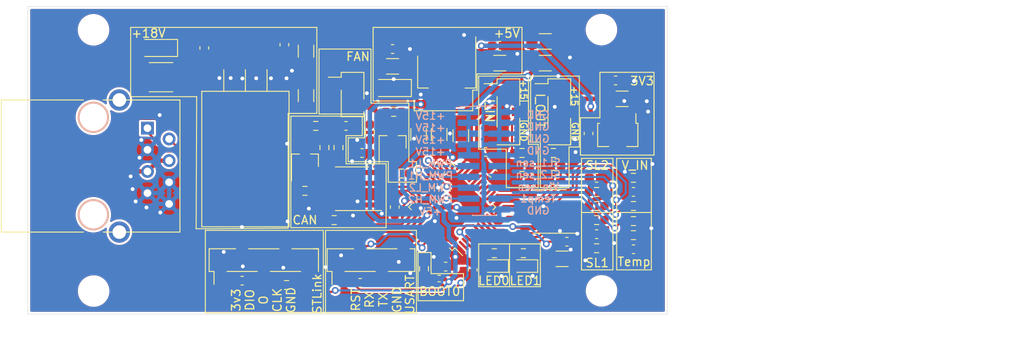
<source format=kicad_pcb>
(kicad_pcb (version 20171130) (host pcbnew 5.1.9)
  (layers (0 F.Cu signal) (31 B.Cu signal) (34 B.Paste user) (35 F.Paste user) (36 B.SilkS user) (37 F.SilkS user) (38 B.Mask user) (39 F.Mask user) (44 Edge.Cuts user))
  (net 0 "")
  (net 1 +3V3)
  (net 2 GND)
  (net 3 +5V)
  (net 4 +15V)
  (net 5 /Powersupply/+18V)
  (net 6 /STM32/RESET)
  (net 7 /STM32/ADC1_IN0)
  (net 8 /STM32/ADC1_IN1)
  (net 9 /STM32/ADC1_IN2)
  (net 10 /STM32/ADCX_IN3)
  (net 11 /STM32/ADCX_IN4)
  (net 12 /STM32/ADCX_IN5)
  (net 13 "Net-(D101-Pad2)")
  (net 14 /canbus/CAN_L)
  (net 15 /canbus/CAN_H)
  (net 16 "Net-(D501-Pad2)")
  (net 17 "Net-(D502-Pad2)")
  (net 18 /canbus_connector/CAN_18V)
  (net 19 /STM32/USART3_TX)
  (net 20 /STM32/USART3_RX)
  (net 21 /STM32/SWDIO)
  (net 22 /STM32/SWCLK)
  (net 23 "Net-(J103-Pad2)")
  (net 24 /STM32/BOOT0)
  (net 25 "Net-(Q101-Pad3)")
  (net 26 "Net-(Q101-Pad1)")
  (net 27 /STM32/FAN)
  (net 28 "Net-(R201-Pad1)")
  (net 29 /STM32/LED0)
  (net 30 /STM32/LED1)
  (net 31 /STM32/CAN_RX)
  (net 32 /STM32/CAN_TX)
  (net 33 "Net-(U501-Pad46)")
  (net 34 "Net-(U501-Pad42)")
  (net 35 "Net-(U501-Pad41)")
  (net 36 "Net-(U501-Pad39)")
  (net 37 "Net-(U501-Pad25)")
  (net 38 "Net-(U501-Pad17)")
  (net 39 "Net-(U501-Pad2)")
  (net 40 "Net-(C102-Pad2)")
  (net 41 /Iout_sen)
  (net 42 /Iin_sen)
  (net 43 /Temp1)
  (net 44 /PWM_H2)
  (net 45 /Vin_sen)
  (net 46 /PWM_L2)
  (net 47 /SL2_sen)
  (net 48 /PWM_H1)
  (net 49 /SL1_sen)
  (net 50 /PWM_L1)
  (net 51 /STM32/SWO)
  (net 52 "Net-(U501-Pad29)")
  (net 53 "Net-(U501-Pad26)")
  (net 54 "Net-(U501-Pad22)")
  (net 55 "Net-(U501-Pad18)")
  (net 56 "Net-(U501-Pad16)")
  (net 57 "Net-(U501-Pad15)")
  (net 58 "Net-(U501-Pad14)")
  (net 59 "Net-(U501-Pad6)")
  (net 60 "Net-(U501-Pad5)")
  (net 61 "Net-(C202-Pad1)")
  (net 62 "Net-(R203-Pad2)")
  (module MountingHole:MountingHole_3.2mm_M3 (layer F.Cu) (at 128.4364 85.794 180)
    (fp_text reference H102 hide)
    (fp_text value MountingHole hide)
    (pad 1 np_thru_hole circle (at 0 0 180) (size 3.2 3.2) (drill 3.2) (layers *.Cu *.Mask))
  )
  (module MountingHole:MountingHole_3.2mm_M3 (layer F.Cu) (at 128.42332 55.14334 180)
    (fp_text reference H101 hide)
    (fp_text value MountingHole hide)
    (pad 1 np_thru_hole circle (at 0 0 180) (size 3.2 3.2) (drill 3.2) (layers *.Cu *.Mask))
  )
  (module Resistor_SMD:R_0603_1608Metric_Pad0.98x0.95mm_HandSolder (layer F.Cu) (at 160.847 67.178 270)
    (fp_text reference R103 hide)
    (fp_text value 10k hide)
    (pad 1 smd roundrect (at -0.9125 0 270) (size 0.975 0.95) (layers F.Cu F.Paste F.Mask) (net 23 "Net-(J103-Pad2)"))
    (pad 2 smd roundrect (at 0.9125 0 270) (size 0.975 0.95) (layers F.Cu F.Paste F.Mask) (net 3 +5V))
  )
  (module Connector_PinHeader_2.54mm:PinHeader_1x02_P2.54mm_Vertical_SMD_Pin1Left (layer F.Cu) (at 158.815 62.733)
    (fp_text reference J103 hide)
    (fp_text value FAN hide)
    (pad 2 smd rect (at 1.655 1.27) (size 2.51 1) (layers F.Cu F.Paste F.Mask) (net 23 "Net-(J103-Pad2)"))
    (pad 1 smd rect (at -1.655 -1.27) (size 2.51 1) (layers F.Cu F.Paste F.Mask) (net 2 GND))
  )
  (module Resistor_SMD:R_0603_1608Metric_Pad0.98x0.95mm_HandSolder (layer F.Cu) (at 164.53 72.004 180)
    (fp_text reference R102 hide)
    (fp_text value 100R hide)
    (pad 2 smd roundrect (at 0.9125 0 180) (size 0.975 0.95) (layers F.Cu F.Paste F.Mask) (net 26 "Net-(Q101-Pad1)"))
    (pad 1 smd roundrect (at -0.9125 0 180) (size 0.975 0.95) (layers F.Cu F.Paste F.Mask) (net 27 /STM32/FAN))
  )
  (module Resistor_SMD:R_0603_1608Metric_Pad0.98x0.95mm_HandSolder (layer F.Cu) (at 163.641 64.765 180)
    (fp_text reference R101 hide)
    (fp_text value 100R hide)
    (pad 2 smd roundrect (at 0.9125 0 180) (size 0.975 0.95) (layers F.Cu F.Paste F.Mask) (net 23 "Net-(J103-Pad2)"))
    (pad 1 smd roundrect (at -0.9125 0 180) (size 0.975 0.95) (layers F.Cu F.Paste F.Mask) (net 25 "Net-(Q101-Pad3)"))
  )
  (module Package_TO_SOT_SMD:SOT-23_Handsoldering (layer F.Cu) (at 163.514 68.321 90)
    (fp_text reference Q101 hide)
    (fp_text value BCV27 hide)
    (pad 3 smd rect (at 1.5 0 90) (size 1.9 0.8) (layers F.Cu F.Paste F.Mask) (net 25 "Net-(Q101-Pad3)"))
    (pad 2 smd rect (at -1.5 0.95 90) (size 1.9 0.8) (layers F.Cu F.Paste F.Mask) (net 2 GND))
    (pad 1 smd rect (at -1.5 -0.95 90) (size 1.9 0.8) (layers F.Cu F.Paste F.Mask) (net 26 "Net-(Q101-Pad1)"))
  )
  (module MountingHole:MountingHole_3.2mm_M3 (layer F.Cu) (at 188.01292 55.11998)
    (fp_text reference H104 hide)
    (fp_text value MountingHole hide)
    (pad 1 np_thru_hole circle (at 0 0) (size 3.2 3.2) (drill 3.2) (layers *.Cu *.Mask))
  )
  (module Capacitor_SMD:C_1206_3216Metric_Pad1.33x1.80mm_HandSolder (layer F.Cu) (at 181.421 59.05 180)
    (fp_text reference C104 hide)
    (fp_text value 4.7u hide)
    (pad 2 smd roundrect (at 1.5625 0 180) (size 1.325 1.8) (layers F.Cu F.Paste F.Mask) (roundrect_rratio 0.1886784905660377) (net 4 +15V))
    (pad 1 smd roundrect (at -1.5625 0 180) (size 1.325 1.8) (layers F.Cu F.Paste F.Mask) (roundrect_rratio 0.1886784905660377) (net 2 GND))
  )
  (module Capacitor_SMD:C_1206_3216Metric_Pad1.33x1.80mm_HandSolder (layer F.Cu) (at 166.562 67.432 90)
    (fp_text reference C103 hide)
    (fp_text value 4.7u hide)
    (pad 2 smd roundrect (at 1.5625 0 90) (size 1.325 1.8) (layers F.Cu F.Paste F.Mask) (roundrect_rratio 0.1886784905660377) (net 40 "Net-(C102-Pad2)"))
    (pad 1 smd roundrect (at -1.5625 0 90) (size 1.325 1.8) (layers F.Cu F.Paste F.Mask) (roundrect_rratio 0.1886784905660377) (net 2 GND))
  )
  (module Capacitor_SMD:C_1206_3216Metric_Pad1.33x1.80mm_HandSolder (layer F.Cu) (at 168.975 67.432 90)
    (fp_text reference C102 hide)
    (fp_text value 4.7u hide)
    (pad 2 smd roundrect (at 1.5625 0 90) (size 1.325 1.8) (layers F.Cu F.Paste F.Mask) (roundrect_rratio 0.1886784905660377) (net 40 "Net-(C102-Pad2)"))
    (pad 1 smd roundrect (at -1.5625 0 90) (size 1.325 1.8) (layers F.Cu F.Paste F.Mask) (roundrect_rratio 0.1886784905660377) (net 2 GND))
  )
  (module Capacitor_SMD:C_1206_3216Metric_Pad1.33x1.80mm_HandSolder (layer F.Cu) (at 183.4022 82.0116 180)
    (fp_text reference C12 hide)
    (fp_text value 4.7u hide)
    (pad 2 smd roundrect (at 1.5625 0 180) (size 1.325 1.8) (layers F.Cu F.Paste F.Mask) (roundrect_rratio 0.1886784905660377) (net 1 +3V3))
    (pad 1 smd roundrect (at -1.5625 0 180) (size 1.325 1.8) (layers F.Cu F.Paste F.Mask) (roundrect_rratio 0.1886784905660377) (net 2 GND))
  )
  (module Capacitor_SMD:C_1206_3216Metric_Pad1.33x1.80mm_HandSolder (layer F.Cu) (at 171.515 67.559 270)
    (fp_text reference C7 hide)
    (fp_text value 4.7u hide)
    (pad 2 smd roundrect (at 1.5625 0 270) (size 1.325 1.8) (layers F.Cu F.Paste F.Mask) (roundrect_rratio 0.1886784905660377) (net 1 +3V3))
    (pad 1 smd roundrect (at -1.5625 0 270) (size 1.325 1.8) (layers F.Cu F.Paste F.Mask) (roundrect_rratio 0.1886784905660377) (net 2 GND))
  )
  (module Capacitor_SMD:C_1206_3216Metric_Pad1.33x1.80mm_HandSolder (layer F.Cu) (at 153.354 62.86 270)
    (fp_text reference C6 hide)
    (fp_text value 4.7u hide)
    (pad 2 smd roundrect (at 1.5625 0 270) (size 1.325 1.8) (layers F.Cu F.Paste F.Mask) (roundrect_rratio 0.1886784905660377) (net 5 /Powersupply/+18V))
    (pad 1 smd roundrect (at -1.5625 0 270) (size 1.325 1.8) (layers F.Cu F.Paste F.Mask) (roundrect_rratio 0.1886784905660377) (net 2 GND))
  )
  (module Capacitor_SMD:C_1206_3216Metric_Pad1.33x1.80mm_HandSolder (layer F.Cu) (at 153.354 57.653 90)
    (fp_text reference C5 hide)
    (fp_text value 4.7u hide)
    (pad 2 smd roundrect (at 1.5625 0 90) (size 1.325 1.8) (layers F.Cu F.Paste F.Mask) (roundrect_rratio 0.1886784905660377) (net 5 /Powersupply/+18V))
    (pad 1 smd roundrect (at -1.5625 0 90) (size 1.325 1.8) (layers F.Cu F.Paste F.Mask) (roundrect_rratio 0.1886784905660377) (net 2 GND))
  )
  (module Capacitor_SMD:C_1206_3216Metric_Pad1.33x1.80mm_HandSolder (layer F.Cu) (at 163.514 59.431 180)
    (fp_text reference C4 hide)
    (fp_text value 4.7u hide)
    (pad 2 smd roundrect (at 1.5625 0 180) (size 1.325 1.8) (layers F.Cu F.Paste F.Mask) (roundrect_rratio 0.1886784905660377) (net 4 +15V))
    (pad 1 smd roundrect (at -1.5625 0 180) (size 1.325 1.8) (layers F.Cu F.Paste F.Mask) (roundrect_rratio 0.1886784905660377) (net 2 GND))
  )
  (module Capacitor_SMD:C_1206_3216Metric_Pad1.33x1.80mm_HandSolder (layer F.Cu) (at 176.087 59.05 180)
    (fp_text reference C3 hide)
    (fp_text value 4.7u hide)
    (pad 2 smd roundrect (at 1.5625 0 180) (size 1.325 1.8) (layers F.Cu F.Paste F.Mask) (roundrect_rratio 0.1886784905660377) (net 3 +5V))
    (pad 1 smd roundrect (at -1.5625 0 180) (size 1.325 1.8) (layers F.Cu F.Paste F.Mask) (roundrect_rratio 0.1886784905660377) (net 2 GND))
  )
  (module Capacitor_SMD:C_1206_3216Metric_Pad1.33x1.80mm_HandSolder (layer F.Cu) (at 190.438 63.241 180)
    (fp_text reference C2 hide)
    (fp_text value 4.7u hide)
    (pad 2 smd roundrect (at 1.5625 0 180) (size 1.325 1.8) (layers F.Cu F.Paste F.Mask) (roundrect_rratio 0.1886784905660377) (net 1 +3V3))
    (pad 1 smd roundrect (at -1.5625 0 180) (size 1.325 1.8) (layers F.Cu F.Paste F.Mask) (roundrect_rratio 0.1886784905660377) (net 2 GND))
  )
  (module Capacitor_SMD:C_1206_3216Metric_Pad1.33x1.80mm_HandSolder (layer F.Cu) (at 181.421 56.51 180)
    (fp_text reference C1 hide)
    (fp_text value 4.7u hide)
    (pad 2 smd roundrect (at 1.5625 0 180) (size 1.325 1.8) (layers F.Cu F.Paste F.Mask) (roundrect_rratio 0.1886784905660377) (net 4 +15V))
    (pad 1 smd roundrect (at -1.5625 0 180) (size 1.325 1.8) (layers F.Cu F.Paste F.Mask) (roundrect_rratio 0.1886784905660377) (net 2 GND))
  )
  (module Package_TO_SOT_SMD:SOT-89-3 (layer F.Cu) (at 189.93 67.178 270)
    (fp_text reference U401 hide)
    (fp_text value AMS1117-3.3 hide)
    (pad 2 smd custom (at -1.5625 0 270) (size 1.475 0.9) (layers F.Cu F.Paste F.Mask) (net 1 +3V3) (options (clearance outline) (anchor rect)) (primitives (gr_poly (pts (xy 0.7375 -0.8665) (xy 3.8625 -0.8665) (xy 3.8625 0.8665) (xy 0.7375 0.8665)) (width 0))))
    (pad 3 smd rect (at -1.65 1.5 270) (size 1.3 0.9) (layers F.Cu F.Paste F.Mask) (net 3 +5V))
    (pad 1 smd rect (at -1.65 -1.5 270) (size 1.3 0.9) (layers F.Cu F.Paste F.Mask) (net 2 GND))
  )
  (module Connector_PinHeader_2.54mm:PinHeader_1x05_P2.54mm_Vertical_SMD_Pin1Left (layer F.Cu) (at 148.401 82.164 90)
    (fp_text reference J102 hide)
    (fp_text value ST_LINK hide)
    (pad 1 smd rect (at -1.655 -5.08 90) (size 2.51 1) (layers F.Cu F.Paste F.Mask) (net 1 +3V3))
    (pad 3 smd rect (at -1.655 0 90) (size 2.51 1) (layers F.Cu F.Paste F.Mask) (net 51 /STM32/SWO))
    (pad 5 smd rect (at -1.655 5.08 90) (size 2.51 1) (layers F.Cu F.Paste F.Mask) (net 2 GND))
    (pad 2 smd rect (at 1.655 -2.54 90) (size 2.51 1) (layers F.Cu F.Paste F.Mask) (net 21 /STM32/SWDIO))
    (pad 4 smd rect (at 1.655 2.54 90) (size 2.51 1) (layers F.Cu F.Paste F.Mask) (net 22 /STM32/SWCLK))
  )
  (module Diode_SMD:D_SOD-123F (layer F.Cu) (at 163.514 61.971 180)
    (fp_text reference D102 hide)
    (fp_text value B0530W hide)
    (pad 2 smd rect (at 1.4 0 180) (size 1.1 1.1) (layers F.Cu F.Paste F.Mask) (net 4 +15V))
    (pad 1 smd rect (at -1.4 0 180) (size 1.1 1.1) (layers F.Cu F.Paste F.Mask) (net 40 "Net-(C102-Pad2)"))
  )
  (module Fuse:Fuse_1812_4532Metric_Pad1.30x3.40mm_HandSolder (layer F.Cu) (at 136.336 60.701 180)
    (fp_text reference F101 hide)
    (fp_text value 1A hide)
    (pad 2 smd roundrect (at 2.225 0 180) (size 1.3 3.4) (layers F.Cu F.Paste F.Mask) (roundrect_rratio 0.1923076923076923) (net 18 /canbus_connector/CAN_18V))
    (pad 1 smd roundrect (at -2.225 0 180) (size 1.3 3.4) (layers F.Cu F.Paste F.Mask) (roundrect_rratio 0.1923076923076923) (net 13 "Net-(D101-Pad2)"))
  )
  (module MountingHole:MountingHole_3.2mm_M3 (layer F.Cu) (at 188.025 85.76998)
    (fp_text reference H103 hide)
    (fp_text value MountingHole hide)
    (pad 1 np_thru_hole circle (at 0 0) (size 3.2 3.2) (drill 3.2) (layers *.Cu *.Mask))
  )
  (module Package_SO:SOIC-8_3.9x4.9mm_P1.27mm (layer F.Cu) (at 181.929 76.449 180)
    (fp_text reference U601 hide)
    (fp_text value TL7726IDR hide)
    (pad 8 smd roundrect (at 2.475 -1.905 180) (size 1.95 0.6) (layers F.Cu F.Paste F.Mask) (net 1 +3V3))
    (pad 7 smd roundrect (at 2.475 -0.635 180) (size 1.95 0.6) (layers F.Cu F.Paste F.Mask) (net 10 /STM32/ADCX_IN3))
    (pad 6 smd roundrect (at 2.475 0.635 180) (size 1.95 0.6) (layers F.Cu F.Paste F.Mask) (net 11 /STM32/ADCX_IN4))
    (pad 5 smd roundrect (at 2.475 1.905 180) (size 1.95 0.6) (layers F.Cu F.Paste F.Mask) (net 12 /STM32/ADCX_IN5))
    (pad 4 smd roundrect (at -2.475 1.905 180) (size 1.95 0.6) (layers F.Cu F.Paste F.Mask) (net 9 /STM32/ADC1_IN2))
    (pad 3 smd roundrect (at -2.475 0.635 180) (size 1.95 0.6) (layers F.Cu F.Paste F.Mask) (net 8 /STM32/ADC1_IN1))
    (pad 2 smd roundrect (at -2.475 -0.635 180) (size 1.95 0.6) (layers F.Cu F.Paste F.Mask) (net 7 /STM32/ADC1_IN0))
    (pad 1 smd roundrect (at -2.475 -1.905 180) (size 1.95 0.6) (layers F.Cu F.Paste F.Mask) (net 2 GND))
  )
  (module LED_SMD:LED_0603_1608Metric_Pad1.05x0.95mm_HandSolder (layer F.Cu) (at 175.447 82.861 180)
    (fp_text reference D501 hide)
    (fp_text value B hide)
    (pad 2 smd roundrect (at 0.875 0 180) (size 1.05 0.95) (layers F.Cu F.Paste F.Mask) (net 16 "Net-(D501-Pad2)"))
    (pad 1 smd roundrect (at -0.875 0 180) (size 1.05 0.95) (layers F.Cu F.Paste F.Mask) (net 2 GND))
  )
  (module Resistor_SMD:R_0603_1608Metric_Pad0.98x0.95mm_HandSolder (layer F.Cu) (at 175.447 81.3512)
    (fp_text reference R502 hide)
    (fp_text value 10k hide)
    (pad 2 smd roundrect (at 0.9125 0) (size 0.975 0.95) (layers F.Cu F.Paste F.Mask) (net 16 "Net-(D501-Pad2)"))
    (pad 1 smd roundrect (at -0.9125 0) (size 0.975 0.95) (layers F.Cu F.Paste F.Mask) (net 29 /STM32/LED0))
  )
  (module Package_QFP:LQFP-48_7x7mm_P0.5mm (layer F.Cu) (at 170.499 75.941 135)
    (fp_text reference U501 hide)
    (fp_text value STM32G431CBT6 hide)
    (pad 48 smd roundrect (at -2.75 -4.1625 135) (size 0.3 1.475) (layers F.Cu F.Paste F.Mask) (net 1 +3V3))
    (pad 47 smd roundrect (at -2.25 -4.1625 135) (size 0.3 1.475) (layers F.Cu F.Paste F.Mask) (net 2 GND))
    (pad 46 smd roundrect (at -1.75 -4.1625 135) (size 0.3 1.475) (layers F.Cu F.Paste F.Mask) (net 33 "Net-(U501-Pad46)"))
    (pad 45 smd roundrect (at -1.25 -4.1625 135) (size 0.3 1.475) (layers F.Cu F.Paste F.Mask) (net 24 /STM32/BOOT0))
    (pad 44 smd roundrect (at -0.75 -4.1625 135) (size 0.3 1.475) (layers F.Cu F.Paste F.Mask) (net 20 /STM32/USART3_RX))
    (pad 43 smd roundrect (at -0.25 -4.1625 135) (size 0.3 1.475) (layers F.Cu F.Paste F.Mask) (net 19 /STM32/USART3_TX))
    (pad 42 smd roundrect (at 0.25 -4.1625 135) (size 0.3 1.475) (layers F.Cu F.Paste F.Mask) (net 34 "Net-(U501-Pad42)"))
    (pad 41 smd roundrect (at 0.75 -4.1625 135) (size 0.3 1.475) (layers F.Cu F.Paste F.Mask) (net 35 "Net-(U501-Pad41)"))
    (pad 40 smd roundrect (at 1.25 -4.1625 135) (size 0.3 1.475) (layers F.Cu F.Paste F.Mask) (net 51 /STM32/SWO))
    (pad 39 smd roundrect (at 1.75 -4.1625 135) (size 0.3 1.475) (layers F.Cu F.Paste F.Mask) (net 36 "Net-(U501-Pad39)"))
    (pad 38 smd roundrect (at 2.25 -4.1625 135) (size 0.3 1.475) (layers F.Cu F.Paste F.Mask) (net 22 /STM32/SWCLK))
    (pad 37 smd roundrect (at 2.75 -4.1625 135) (size 0.3 1.475) (layers F.Cu F.Paste F.Mask) (net 21 /STM32/SWDIO))
    (pad 36 smd roundrect (at 4.1625 -2.75 135) (size 1.475 0.3) (layers F.Cu F.Paste F.Mask) (net 1 +3V3))
    (pad 35 smd roundrect (at 4.1625 -2.25 135) (size 1.475 0.3) (layers F.Cu F.Paste F.Mask) (net 2 GND))
    (pad 34 smd roundrect (at 4.1625 -1.75 135) (size 1.475 0.3) (layers F.Cu F.Paste F.Mask) (net 32 /STM32/CAN_TX))
    (pad 33 smd roundrect (at 4.1625 -1.25 135) (size 1.475 0.3) (layers F.Cu F.Paste F.Mask) (net 31 /STM32/CAN_RX))
    (pad 32 smd roundrect (at 4.1625 -0.75 135) (size 1.475 0.3) (layers F.Cu F.Paste F.Mask) (net 27 /STM32/FAN))
    (pad 31 smd roundrect (at 4.1625 -0.25 135) (size 1.475 0.3) (layers F.Cu F.Paste F.Mask) (net 44 /PWM_H2))
    (pad 30 smd roundrect (at 4.1625 0.25 135) (size 1.475 0.3) (layers F.Cu F.Paste F.Mask) (net 48 /PWM_H1))
    (pad 29 smd roundrect (at 4.1625 0.75 135) (size 1.475 0.3) (layers F.Cu F.Paste F.Mask) (net 52 "Net-(U501-Pad29)"))
    (pad 28 smd roundrect (at 4.1625 1.25 135) (size 1.475 0.3) (layers F.Cu F.Paste F.Mask) (net 46 /PWM_L2))
    (pad 27 smd roundrect (at 4.1625 1.75 135) (size 1.475 0.3) (layers F.Cu F.Paste F.Mask) (net 50 /PWM_L1))
    (pad 26 smd roundrect (at 4.1625 2.25 135) (size 1.475 0.3) (layers F.Cu F.Paste F.Mask) (net 53 "Net-(U501-Pad26)"))
    (pad 25 smd roundrect (at 4.1625 2.75 135) (size 1.475 0.3) (layers F.Cu F.Paste F.Mask) (net 37 "Net-(U501-Pad25)"))
    (pad 24 smd roundrect (at 2.75 4.1625 135) (size 0.3 1.475) (layers F.Cu F.Paste F.Mask) (net 1 +3V3))
    (pad 23 smd roundrect (at 2.25 4.1625 135) (size 0.3 1.475) (layers F.Cu F.Paste F.Mask) (net 2 GND))
    (pad 22 smd roundrect (at 1.75 4.1625 135) (size 0.3 1.475) (layers F.Cu F.Paste F.Mask) (net 54 "Net-(U501-Pad22)"))
    (pad 21 smd roundrect (at 1.25 4.1625 135) (size 0.3 1.475) (layers F.Cu F.Paste F.Mask) (net 1 +3V3))
    (pad 20 smd roundrect (at 0.75 4.1625 135) (size 0.3 1.475) (layers F.Cu F.Paste F.Mask) (net 1 +3V3))
    (pad 19 smd roundrect (at 0.25 4.1625 135) (size 0.3 1.475) (layers F.Cu F.Paste F.Mask) (net 2 GND))
    (pad 18 smd roundrect (at -0.25 4.1625 135) (size 0.3 1.475) (layers F.Cu F.Paste F.Mask) (net 55 "Net-(U501-Pad18)"))
    (pad 17 smd roundrect (at -0.75 4.1625 135) (size 0.3 1.475) (layers F.Cu F.Paste F.Mask) (net 38 "Net-(U501-Pad17)"))
    (pad 16 smd roundrect (at -1.25 4.1625 135) (size 0.3 1.475) (layers F.Cu F.Paste F.Mask) (net 56 "Net-(U501-Pad16)"))
    (pad 15 smd roundrect (at -1.75 4.1625 135) (size 0.3 1.475) (layers F.Cu F.Paste F.Mask) (net 57 "Net-(U501-Pad15)"))
    (pad 14 smd roundrect (at -2.25 4.1625 135) (size 0.3 1.475) (layers F.Cu F.Paste F.Mask) (net 58 "Net-(U501-Pad14)"))
    (pad 13 smd roundrect (at -2.75 4.1625 135) (size 0.3 1.475) (layers F.Cu F.Paste F.Mask) (net 12 /STM32/ADCX_IN5))
    (pad 12 smd roundrect (at -4.1625 2.75 135) (size 1.475 0.3) (layers F.Cu F.Paste F.Mask) (net 11 /STM32/ADCX_IN4))
    (pad 11 smd roundrect (at -4.1625 2.25 135) (size 1.475 0.3) (layers F.Cu F.Paste F.Mask) (net 10 /STM32/ADCX_IN3))
    (pad 10 smd roundrect (at -4.1625 1.75 135) (size 1.475 0.3) (layers F.Cu F.Paste F.Mask) (net 9 /STM32/ADC1_IN2))
    (pad 9 smd roundrect (at -4.1625 1.25 135) (size 1.475 0.3) (layers F.Cu F.Paste F.Mask) (net 8 /STM32/ADC1_IN1))
    (pad 8 smd roundrect (at -4.1625 0.75 135) (size 1.475 0.3) (layers F.Cu F.Paste F.Mask) (net 7 /STM32/ADC1_IN0))
    (pad 7 smd roundrect (at -4.1625 0.25 135) (size 1.475 0.3) (layers F.Cu F.Paste F.Mask) (net 6 /STM32/RESET))
    (pad 6 smd roundrect (at -4.1625 -0.25 135) (size 1.475 0.3) (layers F.Cu F.Paste F.Mask) (net 59 "Net-(U501-Pad6)"))
    (pad 5 smd roundrect (at -4.1625 -0.75 135) (size 1.475 0.3) (layers F.Cu F.Paste F.Mask) (net 60 "Net-(U501-Pad5)"))
    (pad 4 smd roundrect (at -4.1625 -1.25 135) (size 1.475 0.3) (layers F.Cu F.Paste F.Mask) (net 30 /STM32/LED1))
    (pad 3 smd roundrect (at -4.1625 -1.75 135) (size 1.475 0.3) (layers F.Cu F.Paste F.Mask) (net 29 /STM32/LED0))
    (pad 2 smd roundrect (at -4.1625 -2.25 135) (size 1.475 0.3) (layers F.Cu F.Paste F.Mask) (net 39 "Net-(U501-Pad2)"))
    (pad 1 smd roundrect (at -4.1625 -2.75 135) (size 1.475 0.3) (layers F.Cu F.Paste F.Mask) (net 1 +3V3))
  )
  (module Resistor_SMD:R_0603_1608Metric_Pad0.98x0.95mm_HandSolder (layer F.Cu) (at 167.197 83.18 90)
    (fp_text reference R505 hide)
    (fp_text value 10k hide)
    (pad 2 smd roundrect (at 0.9125 0 90) (size 0.975 0.95) (layers F.Cu F.Paste F.Mask) (net 2 GND))
    (pad 1 smd roundrect (at -0.9125 0 90) (size 0.975 0.95) (layers F.Cu F.Paste F.Mask) (net 24 /STM32/BOOT0))
  )
  (module Resistor_SMD:R_0402_1005Metric (layer F.Cu) (at 168.975 84.323 180)
    (fp_text reference R504 hide)
    (fp_text value BOOT0 hide)
    (pad 2 smd roundrect (at 0.51 0 180) (size 0.54 0.64) (layers F.Cu F.Paste F.Mask) (net 24 /STM32/BOOT0))
    (pad 1 smd roundrect (at -0.51 0 180) (size 0.54 0.64) (layers F.Cu F.Paste F.Mask) (net 1 +3V3))
  )
  (module Connector_PinHeader_2.54mm:PinHeader_1x04_P2.54mm_Vertical_SMD_Pin1Left (layer F.Cu) (at 160.974 82.164 90)
    (fp_text reference J101 hide)
    (fp_text value USART hide)
    (pad 4 smd rect (at 1.655 3.81 90) (size 2.51 1) (layers F.Cu F.Paste F.Mask) (net 2 GND))
    (pad 2 smd rect (at 1.655 -1.27 90) (size 2.51 1) (layers F.Cu F.Paste F.Mask) (net 20 /STM32/USART3_RX))
    (pad 3 smd rect (at -1.655 1.27 90) (size 2.51 1) (layers F.Cu F.Paste F.Mask) (net 19 /STM32/USART3_TX))
    (pad 1 smd rect (at -1.655 -3.81 90) (size 2.51 1) (layers F.Cu F.Paste F.Mask) (net 6 /STM32/RESET))
  )
  (module Capacitor_SMD:C_0603_1608Metric_Pad1.08x0.95mm_HandSolder (layer F.Cu) (at 159.9315 69.596)
    (fp_text reference C201 hide)
    (fp_text value 100n hide)
    (pad 2 smd roundrect (at 0.8625 0) (size 1.075 0.95) (layers F.Cu F.Paste F.Mask) (net 3 +5V))
    (pad 1 smd roundrect (at -0.8625 0) (size 1.075 0.95) (layers F.Cu F.Paste F.Mask) (net 2 GND))
  )
  (module Resistor_SMD:R_0603_1608Metric_Pad0.98x0.95mm_HandSolder (layer F.Cu) (at 154.497 66.416)
    (fp_text reference R205 hide)
    (fp_text value 60 hide)
    (pad 2 smd roundrect (at 0.9125 0) (size 0.975 0.95) (layers F.Cu F.Paste F.Mask) (net 61 "Net-(C202-Pad1)"))
    (pad 1 smd roundrect (at -0.9125 0) (size 0.975 0.95) (layers F.Cu F.Paste F.Mask) (net 14 /canbus/CAN_L))
  )
  (module Resistor_SMD:R_0603_1608Metric_Pad0.98x0.95mm_HandSolder (layer F.Cu) (at 157.164 68.956 270)
    (fp_text reference R204 hide)
    (fp_text value 60 hide)
    (pad 2 smd roundrect (at 0.9125 0 270) (size 0.975 0.95) (layers F.Cu F.Paste F.Mask) (net 15 /canbus/CAN_H))
    (pad 1 smd roundrect (at -0.9125 0 270) (size 0.975 0.95) (layers F.Cu F.Paste F.Mask) (net 61 "Net-(C202-Pad1)"))
  )
  (module Resistor_SMD:R_0603_1608Metric_Pad0.98x0.95mm_HandSolder (layer F.Cu) (at 155.513 68.956 270)
    (fp_text reference R203 hide)
    (fp_text value 300 hide)
    (pad 2 smd roundrect (at 0.9125 0 270) (size 0.975 0.95) (layers F.Cu F.Paste F.Mask) (net 62 "Net-(R203-Pad2)"))
    (pad 1 smd roundrect (at -0.9125 0 270) (size 0.975 0.95) (layers F.Cu F.Paste F.Mask) (net 61 "Net-(C202-Pad1)"))
  )
  (module Capacitor_SMD:C_0603_1608Metric_Pad1.08x0.95mm_HandSolder (layer F.Cu) (at 158.053 66.416)
    (fp_text reference C202 hide)
    (fp_text value 4.7n hide)
    (pad 2 smd roundrect (at 0.8625 0) (size 1.075 0.95) (layers F.Cu F.Paste F.Mask) (net 2 GND))
    (pad 1 smd roundrect (at -0.8625 0) (size 1.075 0.95) (layers F.Cu F.Paste F.Mask) (net 61 "Net-(C202-Pad1)"))
  )
  (module KicadZeniteSolarLibrary18:TO-220-3_Horizontal_Tabless_SMD (layer F.Cu) (at 148.782 58.669 180)
    (fp_text reference U403 hide)
    (fp_text value K78L15-1000R3 hide)
    (pad 1 smd rect (at 0 1.27 180) (size 1.905 4) (layers F.Cu F.Paste F.Mask) (net 5 /Powersupply/+18V))
    (pad 2 smd rect (at 2.54 1.27 180) (size 1.905 4) (layers F.Cu F.Paste F.Mask) (net 2 GND))
    (pad 3 smd rect (at 5.08 1.27 180) (size 1.905 4) (layers F.Cu F.Paste F.Mask) (net 4 +15V))
  )
  (module Package_TO_SOT_SMD:SOT-223-3_TabPin2 (layer F.Cu) (at 169.864 60.066 270)
    (fp_text reference U402 hide)
    (fp_text value AMS1117-5 hide)
    (pad 2 smd rect (at 3.15 0 270) (size 2 3.8) (layers F.Cu F.Paste F.Mask) (net 3 +5V))
    (pad 2 smd rect (at -3.15 0 270) (size 2 1.5) (layers F.Cu F.Paste F.Mask) (net 3 +5V))
    (pad 3 smd rect (at -3.15 2.3 270) (size 2 1.5) (layers F.Cu F.Paste F.Mask) (net 4 +15V))
    (pad 1 smd rect (at -3.15 -2.3 270) (size 2 1.5) (layers F.Cu F.Paste F.Mask) (net 2 GND))
  )
  (module Diode_SMD:D_SOD-123F (layer F.Cu) (at 136.082 57.272 180)
    (fp_text reference D101 hide)
    (fp_text value B0530W hide)
    (pad 1 smd rect (at -1.4 0 180) (size 1.1 1.1) (layers F.Cu F.Paste F.Mask) (net 5 /Powersupply/+18V))
    (pad 2 smd rect (at 1.4 0 180) (size 1.1 1.1) (layers F.Cu F.Paste F.Mask) (net 13 "Net-(D101-Pad2)"))
  )
  (module Capacitor_SMD:C_0603_1608Metric_Pad1.08x0.95mm_HandSolder (layer F.Cu) (at 172.912 83.307 90)
    (fp_text reference C11 hide)
    (fp_text value 100n hide)
    (pad 2 smd roundrect (at 0.8625 0 90) (size 1.075 0.95) (layers F.Cu F.Paste F.Mask) (net 1 +3V3))
    (pad 1 smd roundrect (at -0.8625 0 90) (size 1.075 0.95) (layers F.Cu F.Paste F.Mask) (net 2 GND))
  )
  (module Capacitor_SMD:C_0603_1608Metric_Pad1.08x0.95mm_HandSolder (layer F.Cu) (at 174.436 69.464 180)
    (fp_text reference C9 hide)
    (fp_text value 100n hide)
    (pad 2 smd roundrect (at 0.8625 0 180) (size 1.075 0.95) (layers F.Cu F.Paste F.Mask) (net 1 +3V3))
    (pad 1 smd roundrect (at -0.8625 0 180) (size 1.075 0.95) (layers F.Cu F.Paste F.Mask) (net 2 GND))
  )
  (module Capacitor_SMD:C_0603_1608Metric_Pad1.08x0.95mm_HandSolder (layer F.Cu) (at 163.768 75.941 270)
    (fp_text reference C10 hide)
    (fp_text value 100n hide)
    (pad 2 smd roundrect (at 0.8625 0 270) (size 1.075 0.95) (layers F.Cu F.Paste F.Mask) (net 1 +3V3))
    (pad 1 smd roundrect (at -0.8625 0 270) (size 1.075 0.95) (layers F.Cu F.Paste F.Mask) (net 2 GND))
  )
  (module KicadZeniteSolarLibrary18:PinSocket_2x10_P1.27mm_Vertical_SMD (layer B.Cu) (at 174.22628 70.50032 180)
    (fp_text reference J107 hide)
    (fp_text value Driver-Sense hide)
    (pad 20 smd rect (at -1.8 -5.715 180) (size 2.54 0.75) (layers B.Cu B.Paste B.Mask) (net 2 GND))
    (pad 19 smd rect (at 1.8 -5.715 180) (size 2.54 0.75) (layers B.Cu B.Paste B.Mask) (net 3 +5V))
    (pad 18 smd rect (at -1.8 -4.445 180) (size 2.54 0.75) (layers B.Cu B.Paste B.Mask) (net 43 /Temp1))
    (pad 17 smd rect (at 1.8 -4.445 180) (size 2.54 0.75) (layers B.Cu B.Paste B.Mask) (net 44 /PWM_H2))
    (pad 16 smd rect (at -1.8 -3.175 180) (size 2.54 0.75) (layers B.Cu B.Paste B.Mask) (net 45 /Vin_sen))
    (pad 15 smd rect (at 1.8 -3.175 180) (size 2.54 0.75) (layers B.Cu B.Paste B.Mask) (net 46 /PWM_L2))
    (pad 14 smd rect (at -1.8 -1.905 180) (size 2.54 0.75) (layers B.Cu B.Paste B.Mask) (net 47 /SL2_sen))
    (pad 13 smd rect (at 1.8 -1.905 180) (size 2.54 0.75) (layers B.Cu B.Paste B.Mask) (net 48 /PWM_H1))
    (pad 12 smd rect (at -1.8 -0.635 180) (size 2.54 0.75) (layers B.Cu B.Paste B.Mask) (net 49 /SL1_sen))
    (pad 11 smd rect (at 1.8 -0.635 180) (size 2.54 0.75) (layers B.Cu B.Paste B.Mask) (net 50 /PWM_L1))
    (pad 10 smd rect (at -1.8 0.635 180) (size 2.54 0.75) (layers B.Cu B.Paste B.Mask) (net 2 GND))
    (pad 9 smd rect (at 1.8 0.635 180) (size 2.54 0.75) (layers B.Cu B.Paste B.Mask) (net 4 +15V))
    (pad 8 smd rect (at -1.8 1.905 180) (size 2.54 0.75) (layers B.Cu B.Paste B.Mask) (net 2 GND))
    (pad 7 smd rect (at 1.8 1.905 180) (size 2.54 0.75) (layers B.Cu B.Paste B.Mask) (net 4 +15V))
    (pad 6 smd rect (at -1.8 3.175 180) (size 2.54 0.75) (layers B.Cu B.Paste B.Mask) (net 2 GND))
    (pad 5 smd rect (at 1.8 3.175 180) (size 2.54 0.75) (layers B.Cu B.Paste B.Mask) (net 4 +15V))
    (pad 4 smd rect (at -1.8 4.445 180) (size 2.54 0.75) (layers B.Cu B.Paste B.Mask) (net 2 GND))
    (pad 3 smd rect (at 1.8 4.445 180) (size 2.54 0.75) (layers B.Cu B.Paste B.Mask) (net 4 +15V))
    (pad 2 smd rect (at -1.8 5.715 180) (size 2.54 0.75) (layers B.Cu B.Paste B.Mask) (net 2 GND))
    (pad 1 smd rect (at 1.8 5.715 180) (size 2.54 0.75) (layers B.Cu B.Paste B.Mask) (net 4 +15V))
  )
  (module Connector_PinHeader_2.54mm:PinHeader_1x03_P2.54mm_Vertical_SMD_Pin1Left (layer F.Cu) (at 183.072 64.765)
    (fp_text reference J106 hide)
    (fp_text value Iin_sen hide)
    (pad 2 smd rect (at 1.655 0) (size 2.51 1) (layers F.Cu F.Paste F.Mask) (net 42 /Iin_sen))
    (pad 3 smd rect (at -1.655 2.54) (size 2.51 1) (layers F.Cu F.Paste F.Mask) (net 2 GND))
    (pad 1 smd rect (at -1.655 -2.54) (size 2.51 1) (layers F.Cu F.Paste F.Mask) (net 40 "Net-(C102-Pad2)"))
  )
  (module Connector_PinHeader_2.54mm:PinHeader_1x03_P2.54mm_Vertical_SMD_Pin1Left (layer F.Cu) (at 177.103 64.765)
    (fp_text reference J105 hide)
    (fp_text value Iin_sen hide)
    (pad 2 smd rect (at 1.655 0) (size 2.51 1) (layers F.Cu F.Paste F.Mask) (net 41 /Iout_sen))
    (pad 3 smd rect (at -1.655 2.54) (size 2.51 1) (layers F.Cu F.Paste F.Mask) (net 2 GND))
    (pad 1 smd rect (at -1.655 -2.54) (size 2.51 1) (layers F.Cu F.Paste F.Mask) (net 40 "Net-(C102-Pad2)"))
  )
  (module Capacitor_SMD:C_0603_1608Metric_Pad1.08x0.95mm_HandSolder (layer F.Cu) (at 169.737 82.926)
    (fp_text reference C8 hide)
    (fp_text value 100n hide)
    (pad 2 smd roundrect (at 0.8625 0) (size 1.075 0.95) (layers F.Cu F.Paste F.Mask) (net 1 +3V3))
    (pad 1 smd roundrect (at -0.8625 0) (size 1.075 0.95) (layers F.Cu F.Paste F.Mask) (net 2 GND))
  )
  (module KicadZeniteSolarLibrary18:RJ45_YH59_01 (layer F.Cu) (at 134.747 66.675 270)
    (fp_text reference J301 hide)
    (fp_text value RJ45 hide)
    (pad "" np_thru_hole circle (at 10.165 6.346 270) (size 3.65 3.65) (drill 3.2) (layers *.Cu *.SilkS *.Mask))
    (pad "" np_thru_hole circle (at -1.265 6.346 270) (size 3.65 3.65) (drill 3.2) (layers *.Cu *.SilkS *.Mask))
    (pad 1 thru_hole rect (at 0.005 -0.004 270) (size 1.5 1.5) (drill 0.9) (layers *.Cu *.Mask) (net 15 /canbus/CAN_H))
    (pad 2 thru_hole circle (at 1.275 -2.544 270) (size 1.5 1.5) (drill 0.9) (layers *.Cu *.Mask) (net 14 /canbus/CAN_L))
    (pad 3 thru_hole circle (at 2.545 -0.004 270) (size 1.5 1.5) (drill 0.9) (layers *.Cu *.Mask) (net 2 GND))
    (pad 4 thru_hole circle (at 3.815 -2.544 270) (size 1.5 1.5) (drill 0.9) (layers *.Cu *.Mask) (net 18 /canbus_connector/CAN_18V))
    (pad 5 thru_hole circle (at 5.085 -0.004 270) (size 1.5 1.5) (drill 0.9) (layers *.Cu *.Mask) (net 18 /canbus_connector/CAN_18V))
    (pad 6 thru_hole circle (at 6.355 -2.544 270) (size 1.5 1.5) (drill 0.9) (layers *.Cu *.Mask) (net 2 GND))
    (pad 7 thru_hole circle (at 7.625 -0.004 270) (size 1.5 1.5) (drill 0.9) (layers *.Cu *.Mask) (net 2 GND))
    (pad 8 thru_hole circle (at 8.895 -2.544 270) (size 1.5 1.5) (drill 0.9) (layers *.Cu *.Mask) (net 2 GND))
    (pad 9 thru_hole circle (at -3.3 3.296 270) (size 2.5 2.5) (drill 1.6) (layers *.Cu *.Mask))
    (pad 9 thru_hole circle (at 12.2 3.296 270) (size 2.5 2.5) (drill 1.6) (layers *.Cu *.Mask))
  )
  (module Capacitor_SMD:C_0603_1608Metric_Pad1.08x0.95mm_HandSolder (layer F.Cu) (at 183.961 80.005 180)
    (fp_text reference C607 hide)
    (fp_text value 100n hide)
    (pad 2 smd roundrect (at 0.8625 0 180) (size 1.075 0.95) (layers F.Cu F.Paste F.Mask) (net 1 +3V3))
    (pad 1 smd roundrect (at -0.8625 0 180) (size 1.075 0.95) (layers F.Cu F.Paste F.Mask) (net 2 GND))
  )
  (module Resistor_SMD:R_0603_1608Metric_Pad0.98x0.95mm_HandSolder (layer F.Cu) (at 178.692 71.237)
    (fp_text reference R612 hide)
    (fp_text value NC hide)
    (pad 2 smd roundrect (at 0.9125 0) (size 0.975 0.95) (layers F.Cu F.Paste F.Mask) (net 12 /STM32/ADCX_IN5))
    (pad 1 smd roundrect (at -0.9125 0) (size 0.975 0.95) (layers F.Cu F.Paste F.Mask) (net 2 GND))
  )
  (module Resistor_SMD:R_0603_1608Metric_Pad0.98x0.95mm_HandSolder (layer F.Cu) (at 182.375 71.11)
    (fp_text reference R611 hide)
    (fp_text value NC hide)
    (pad 1 smd roundrect (at -0.9125 0) (size 0.975 0.95) (layers F.Cu F.Paste F.Mask) (net 2 GND))
    (pad 2 smd roundrect (at 0.9125 0) (size 0.975 0.95) (layers F.Cu F.Paste F.Mask) (net 11 /STM32/ADCX_IN4))
  )
  (module Resistor_SMD:R_0603_1608Metric_Pad0.98x0.95mm_HandSolder (layer F.Cu) (at 191.773 79.238)
    (fp_text reference R610 hide)
    (fp_text value NC hide)
    (pad 2 smd roundrect (at 0.9125 0) (size 0.975 0.95) (layers F.Cu F.Paste F.Mask) (net 10 /STM32/ADCX_IN3))
    (pad 1 smd roundrect (at -0.9125 0) (size 0.975 0.95) (layers F.Cu F.Paste F.Mask) (net 2 GND))
  )
  (module Resistor_SMD:R_0603_1608Metric_Pad0.98x0.95mm_HandSolder (layer F.Cu) (at 191.773 72.507)
    (fp_text reference R609 hide)
    (fp_text value 3k3 hide)
    (pad 2 smd roundrect (at 0.9125 0) (size 0.975 0.95) (layers F.Cu F.Paste F.Mask) (net 9 /STM32/ADC1_IN2))
    (pad 1 smd roundrect (at -0.9125 0) (size 0.975 0.95) (layers F.Cu F.Paste F.Mask) (net 2 GND))
  )
  (module Resistor_SMD:R_0603_1608Metric_Pad0.98x0.95mm_HandSolder (layer F.Cu) (at 187.452 74.168 180)
    (fp_text reference R608 hide)
    (fp_text value 3k3 hide)
    (pad 2 smd roundrect (at 0.9125 0 180) (size 0.975 0.95) (layers F.Cu F.Paste F.Mask) (net 8 /STM32/ADC1_IN1))
    (pad 1 smd roundrect (at -0.9125 0 180) (size 0.975 0.95) (layers F.Cu F.Paste F.Mask) (net 2 GND))
  )
  (module Resistor_SMD:R_0603_1608Metric_Pad0.98x0.95mm_HandSolder (layer F.Cu) (at 187.452 80.772 180)
    (fp_text reference R607 hide)
    (fp_text value 3k3 hide)
    (pad 2 smd roundrect (at 0.9125 0 180) (size 0.975 0.95) (layers F.Cu F.Paste F.Mask) (net 7 /STM32/ADC1_IN0))
    (pad 1 smd roundrect (at -0.9125 0 180) (size 0.975 0.95) (layers F.Cu F.Paste F.Mask) (net 2 GND))
  )
  (module Resistor_SMD:R_0603_1608Metric_Pad0.98x0.95mm_HandSolder (layer F.Cu) (at 178.692 69.591 180)
    (fp_text reference R606 hide)
    (fp_text value NC hide)
    (pad 2 smd roundrect (at 0.9125 0 180) (size 0.975 0.95) (layers F.Cu F.Paste F.Mask) (net 41 /Iout_sen))
    (pad 1 smd roundrect (at -0.9125 0 180) (size 0.975 0.95) (layers F.Cu F.Paste F.Mask) (net 12 /STM32/ADCX_IN5))
  )
  (module Resistor_SMD:R_0603_1608Metric_Pad0.98x0.95mm_HandSolder (layer F.Cu) (at 182.375 69.591 180)
    (fp_text reference R605 hide)
    (fp_text value NC hide)
    (pad 2 smd roundrect (at 0.9125 0 180) (size 0.975 0.95) (layers F.Cu F.Paste F.Mask) (net 42 /Iin_sen))
    (pad 1 smd roundrect (at -0.9125 0 180) (size 0.975 0.95) (layers F.Cu F.Paste F.Mask) (net 11 /STM32/ADCX_IN4))
  )
  (module Resistor_SMD:R_0603_1608Metric_Pad0.98x0.95mm_HandSolder (layer F.Cu) (at 191.773 77.587 180)
    (fp_text reference R604 hide)
    (fp_text value 0R hide)
    (pad 2 smd roundrect (at 0.9125 0 180) (size 0.975 0.95) (layers F.Cu F.Paste F.Mask) (net 43 /Temp1))
    (pad 1 smd roundrect (at -0.9125 0 180) (size 0.975 0.95) (layers F.Cu F.Paste F.Mask) (net 10 /STM32/ADCX_IN3))
  )
  (module Resistor_SMD:R_0603_1608Metric_Pad0.98x0.95mm_HandSolder (layer F.Cu) (at 191.773 75.814 180)
    (fp_text reference R603 hide)
    (fp_text value 10k hide)
    (pad 2 smd roundrect (at 0.9125 0 180) (size 0.975 0.95) (layers F.Cu F.Paste F.Mask) (net 45 /Vin_sen))
    (pad 1 smd roundrect (at -0.9125 0 180) (size 0.975 0.95) (layers F.Cu F.Paste F.Mask) (net 9 /STM32/ADC1_IN2))
  )
  (module Resistor_SMD:R_0603_1608Metric_Pad0.98x0.95mm_HandSolder (layer F.Cu) (at 187.452 75.819)
    (fp_text reference R602 hide)
    (fp_text value 10k hide)
    (pad 2 smd roundrect (at 0.9125 0) (size 0.975 0.95) (layers F.Cu F.Paste F.Mask) (net 47 /SL2_sen))
    (pad 1 smd roundrect (at -0.9125 0) (size 0.975 0.95) (layers F.Cu F.Paste F.Mask) (net 8 /STM32/ADC1_IN1))
  )
  (module Resistor_SMD:R_0603_1608Metric_Pad0.98x0.95mm_HandSolder (layer F.Cu) (at 187.452 77.465)
    (fp_text reference R601 hide)
    (fp_text value 10k hide)
    (pad 2 smd roundrect (at 0.9125 0) (size 0.975 0.95) (layers F.Cu F.Paste F.Mask) (net 49 /SL1_sen))
    (pad 1 smd roundrect (at -0.9125 0) (size 0.975 0.95) (layers F.Cu F.Paste F.Mask) (net 7 /STM32/ADC1_IN0))
  )
  (module Resistor_SMD:R_0603_1608Metric_Pad0.98x0.95mm_HandSolder (layer F.Cu) (at 178.8556 81.3512)
    (fp_text reference R503 hide)
    (fp_text value 10k hide)
    (pad 2 smd roundrect (at 0.9125 0) (size 0.975 0.95) (layers F.Cu F.Paste F.Mask) (net 17 "Net-(D502-Pad2)"))
    (pad 1 smd roundrect (at -0.9125 0) (size 0.975 0.95) (layers F.Cu F.Paste F.Mask) (net 30 /STM32/LED1))
  )
  (module Resistor_SMD:R_0603_1608Metric_Pad0.98x0.95mm_HandSolder (layer F.Cu) (at 151.068 85.085 180)
    (fp_text reference R501 hide)
    (fp_text value 10k hide)
    (pad 2 smd roundrect (at 0.9125 0 180) (size 0.975 0.95) (layers F.Cu F.Paste F.Mask) (net 1 +3V3))
    (pad 1 smd roundrect (at -0.9125 0 180) (size 0.975 0.95) (layers F.Cu F.Paste F.Mask) (net 6 /STM32/RESET))
  )
  (module Resistor_SMD:R_0603_1608Metric_Pad0.98x0.95mm_HandSolder (layer F.Cu) (at 153.227 74.036 180)
    (fp_text reference R202 hide)
    (fp_text value 1k hide)
    (pad 2 smd roundrect (at 0.9125 0 180) (size 0.975 0.95) (layers F.Cu F.Paste F.Mask) (net 15 /canbus/CAN_H))
    (pad 1 smd roundrect (at -0.9125 0 180) (size 0.975 0.95) (layers F.Cu F.Paste F.Mask) (net 14 /canbus/CAN_L))
  )
  (module Resistor_SMD:R_0603_1608Metric_Pad0.98x0.95mm_HandSolder (layer F.Cu) (at 156.656 77.47)
    (fp_text reference R201 hide)
    (fp_text value 4k7 hide)
    (pad 2 smd roundrect (at 0.9125 0) (size 0.975 0.95) (layers F.Cu F.Paste F.Mask) (net 2 GND))
    (pad 1 smd roundrect (at -0.9125 0) (size 0.975 0.95) (layers F.Cu F.Paste F.Mask) (net 28 "Net-(R201-Pad1)"))
  )
  (module LED_SMD:LED_0603_1608Metric_Pad1.05x0.95mm_HandSolder (layer F.Cu) (at 178.876 82.861 180)
    (fp_text reference D502 hide)
    (fp_text value G hide)
    (pad 2 smd roundrect (at 0.875 0 180) (size 1.05 0.95) (layers F.Cu F.Paste F.Mask) (net 17 "Net-(D502-Pad2)"))
    (pad 1 smd roundrect (at -0.875 0 180) (size 1.05 0.95) (layers F.Cu F.Paste F.Mask) (net 2 GND))
  )
  (module Capacitor_SMD:C_0603_1608Metric_Pad1.08x0.95mm_HandSolder (layer F.Cu) (at 178.692 72.888 180)
    (fp_text reference C606 hide)
    (fp_text value NC hide)
    (pad 2 smd roundrect (at 0.8625 0 180) (size 1.075 0.95) (layers F.Cu F.Paste F.Mask) (net 2 GND))
    (pad 1 smd roundrect (at -0.8625 0 180) (size 1.075 0.95) (layers F.Cu F.Paste F.Mask) (net 12 /STM32/ADCX_IN5))
  )
  (module Capacitor_SMD:C_0603_1608Metric_Pad1.08x0.95mm_HandSolder (layer F.Cu) (at 182.375 72.761 180)
    (fp_text reference C605 hide)
    (fp_text value NC hide)
    (pad 2 smd roundrect (at 0.8625 0 180) (size 1.075 0.95) (layers F.Cu F.Paste F.Mask) (net 2 GND))
    (pad 1 smd roundrect (at -0.8625 0 180) (size 1.075 0.95) (layers F.Cu F.Paste F.Mask) (net 11 /STM32/ADCX_IN4))
  )
  (module Capacitor_SMD:C_0603_1608Metric_Pad1.08x0.95mm_HandSolder (layer F.Cu) (at 191.773 80.889 180)
    (fp_text reference C604 hide)
    (fp_text value 100n hide)
    (pad 2 smd roundrect (at 0.8625 0 180) (size 1.075 0.95) (layers F.Cu F.Paste F.Mask) (net 2 GND))
    (pad 1 smd roundrect (at -0.8625 0 180) (size 1.075 0.95) (layers F.Cu F.Paste F.Mask) (net 10 /STM32/ADCX_IN3))
  )
  (module Capacitor_SMD:C_0603_1608Metric_Pad1.08x0.95mm_HandSolder (layer F.Cu) (at 191.773 74.158 180)
    (fp_text reference C603 hide)
    (fp_text value 1n hide)
    (pad 2 smd roundrect (at 0.8625 0 180) (size 1.075 0.95) (layers F.Cu F.Paste F.Mask) (net 2 GND))
    (pad 1 smd roundrect (at -0.8625 0 180) (size 1.075 0.95) (layers F.Cu F.Paste F.Mask) (net 9 /STM32/ADC1_IN2))
  )
  (module Capacitor_SMD:C_0603_1608Metric_Pad1.08x0.95mm_HandSolder (layer F.Cu) (at 187.452 72.517)
    (fp_text reference C602 hide)
    (fp_text value 1n hide)
    (pad 2 smd roundrect (at 0.8625 0) (size 1.075 0.95) (layers F.Cu F.Paste F.Mask) (net 2 GND))
    (pad 1 smd roundrect (at -0.8625 0) (size 1.075 0.95) (layers F.Cu F.Paste F.Mask) (net 8 /STM32/ADC1_IN1))
  )
  (module Capacitor_SMD:C_0603_1608Metric_Pad1.08x0.95mm_HandSolder (layer F.Cu) (at 187.452 79.121)
    (fp_text reference C601 hide)
    (fp_text value 1n hide)
    (pad 2 smd roundrect (at 0.8625 0) (size 1.075 0.95) (layers F.Cu F.Paste F.Mask) (net 2 GND))
    (pad 1 smd roundrect (at -0.8625 0) (size 1.075 0.95) (layers F.Cu F.Paste F.Mask) (net 7 /STM32/ADC1_IN0))
  )
  (module Capacitor_SMD:C_0603_1608Metric_Pad1.08x0.95mm_HandSolder (layer F.Cu) (at 175.325 72.004 135)
    (fp_text reference C504 hide)
    (fp_text value 100n hide)
    (pad 1 smd roundrect (at -0.8625 0 135) (size 1.075 0.95) (layers F.Cu F.Paste F.Mask) (net 2 GND))
    (pad 2 smd roundrect (at 0.8625 0 135) (size 1.075 0.95) (layers F.Cu F.Paste F.Mask) (net 1 +3V3))
  )
  (module Capacitor_SMD:C_0603_1608Metric_Pad1.08x0.95mm_HandSolder (layer F.Cu) (at 159.704 84.831 180)
    (fp_text reference C503 hide)
    (fp_text value 100n hide)
    (pad 2 smd roundrect (at 0.8625 0 180) (size 1.075 0.95) (layers F.Cu F.Paste F.Mask) (net 6 /STM32/RESET))
    (pad 1 smd roundrect (at -0.8625 0 180) (size 1.075 0.95) (layers F.Cu F.Paste F.Mask) (net 2 GND))
  )
  (module Capacitor_SMD:C_0603_1608Metric_Pad1.08x0.95mm_HandSolder (layer F.Cu) (at 150.814 56.891 90)
    (fp_text reference C406 hide)
    (fp_text value 100n hide)
    (pad 1 smd roundrect (at -0.8625 0 90) (size 1.075 0.95) (layers F.Cu F.Paste F.Mask) (net 2 GND))
    (pad 2 smd roundrect (at 0.8625 0 90) (size 1.075 0.95) (layers F.Cu F.Paste F.Mask) (net 5 /Powersupply/+18V))
  )
  (module Capacitor_SMD:C_0603_1608Metric_Pad1.08x0.95mm_HandSolder (layer F.Cu) (at 141.416 57.272 90)
    (fp_text reference C405 hide)
    (fp_text value 100n hide)
    (pad 1 smd roundrect (at -0.8625 0 90) (size 1.075 0.95) (layers F.Cu F.Paste F.Mask) (net 2 GND))
    (pad 2 smd roundrect (at 0.8625 0 90) (size 1.075 0.95) (layers F.Cu F.Paste F.Mask) (net 4 +15V))
  )
  (module Capacitor_SMD:C_0603_1608Metric_Pad1.08x0.95mm_HandSolder (layer F.Cu) (at 163.514 57.399 180)
    (fp_text reference C404 hide)
    (fp_text value 100n hide)
    (pad 1 smd roundrect (at -0.8625 0 180) (size 1.075 0.95) (layers F.Cu F.Paste F.Mask) (net 2 GND))
    (pad 2 smd roundrect (at 0.8625 0 180) (size 1.075 0.95) (layers F.Cu F.Paste F.Mask) (net 4 +15V))
  )
  (module Capacitor_SMD:C_0603_1608Metric_Pad1.08x0.95mm_HandSolder (layer F.Cu) (at 186.501 67.305 90)
    (fp_text reference C403 hide)
    (fp_text value 100n hide)
    (pad 1 smd roundrect (at -0.8625 0 90) (size 1.075 0.95) (layers F.Cu F.Paste F.Mask) (net 2 GND))
    (pad 2 smd roundrect (at 0.8625 0 90) (size 1.075 0.95) (layers F.Cu F.Paste F.Mask) (net 3 +5V))
  )
  (module Capacitor_SMD:C_0603_1608Metric_Pad1.08x0.95mm_HandSolder (layer F.Cu) (at 176.0605 57.018 180)
    (fp_text reference C402 hide)
    (fp_text value 100n hide)
    (pad 1 smd roundrect (at -0.8625 0 180) (size 1.075 0.95) (layers F.Cu F.Paste F.Mask) (net 2 GND))
    (pad 2 smd roundrect (at 0.8625 0 180) (size 1.075 0.95) (layers F.Cu F.Paste F.Mask) (net 3 +5V))
  )
  (module Capacitor_SMD:C_0603_1608Metric_Pad1.08x0.95mm_HandSolder (layer F.Cu) (at 189.676 61.082 180)
    (fp_text reference C401 hide)
    (fp_text value 100n hide)
    (pad 1 smd roundrect (at -0.8625 0 180) (size 1.075 0.95) (layers F.Cu F.Paste F.Mask) (net 2 GND))
    (pad 2 smd roundrect (at 0.8625 0 180) (size 1.075 0.95) (layers F.Cu F.Paste F.Mask) (net 1 +3V3))
  )
  (module Capacitor_SMD:C_0603_1608Metric_Pad1.08x0.95mm_HandSolder (layer F.Cu) (at 145.861 84.577 180)
    (fp_text reference C101 hide)
    (fp_text value 100n hide)
    (pad 2 smd roundrect (at 0.8625 0 180) (size 1.075 0.95) (layers F.Cu F.Paste F.Mask) (net 1 +3V3))
    (pad 1 smd roundrect (at -0.8625 0 180) (size 1.075 0.95) (layers F.Cu F.Paste F.Mask) (net 2 GND))
  )
  (module Package_SO:SOIC-8_3.9x4.9mm_P1.27mm (layer F.Cu) (at 158.75 73.787 180)
    (fp_text reference U201 hide)
    (fp_text value MCP2561-E-SN hide)
    (pad 8 smd roundrect (at 2.475 -1.905 180) (size 1.95 0.6) (layers F.Cu F.Paste F.Mask) (net 28 "Net-(R201-Pad1)"))
    (pad 7 smd roundrect (at 2.475 -0.635 180) (size 1.95 0.6) (layers F.Cu F.Paste F.Mask) (net 15 /canbus/CAN_H))
    (pad 6 smd roundrect (at 2.475 0.635 180) (size 1.95 0.6) (layers F.Cu F.Paste F.Mask) (net 14 /canbus/CAN_L))
    (pad 5 smd roundrect (at 2.475 1.905 180) (size 1.95 0.6) (layers F.Cu F.Paste F.Mask) (net 62 "Net-(R203-Pad2)"))
    (pad 4 smd roundrect (at -2.475 1.905 180) (size 1.95 0.6) (layers F.Cu F.Paste F.Mask) (net 31 /STM32/CAN_RX))
    (pad 3 smd roundrect (at -2.475 0.635 180) (size 1.95 0.6) (layers F.Cu F.Paste F.Mask) (net 3 +5V))
    (pad 2 smd roundrect (at -2.475 -0.635 180) (size 1.95 0.6) (layers F.Cu F.Paste F.Mask) (net 2 GND))
    (pad 1 smd roundrect (at -2.475 -1.905 180) (size 1.95 0.6) (layers F.Cu F.Paste F.Mask) (net 32 /STM32/CAN_TX))
  )
  (module Package_TO_SOT_SMD:SOT-23_Handsoldering (layer F.Cu) (at 153.227 70.48 90)
    (fp_text reference D201 hide)
    (fp_text value pesd1can hide)
    (pad 3 smd rect (at 1.5 0 90) (size 1.9 0.8) (layers F.Cu F.Paste F.Mask) (net 2 GND))
    (pad 2 smd rect (at -1.5 0.95 90) (size 1.9 0.8) (layers F.Cu F.Paste F.Mask) (net 14 /canbus/CAN_L))
    (pad 1 smd rect (at -1.5 -0.95 90) (size 1.9 0.8) (layers F.Cu F.Paste F.Mask) (net 15 /canbus/CAN_H))
  )
  (gr_line (start 195.7264 88.49934) (end 120.72292 88.49998) (layer Edge.Cuts) (width 0.05))
  (gr_line (start 195.7264 52.414) (end 195.7264 88.49898) (layer Edge.Cuts) (width 0.05))
  (gr_line (start 120.72292 52.414) (end 195.7264 52.414) (layer Edge.Cuts) (width 0.05))
  (gr_line (start 120.72292 88.49998) (end 120.72292 52.414) (layer Edge.Cuts) (width 0.05))
  (gr_text +15 (at 184.85 62.9235 -90) (layer F.SilkS) (effects (font (size 0.746 0.746))))
  (gr_text GND (at 184.9135 67.1145 270) (layer F.SilkS) (effects (font (size 0.746 0.746))))
  (gr_line (start 179.4525 63.495) (end 178.4365 63.495) (layer F.SilkS) (width 0.12))
  (gr_line (start 179.389 65.8445) (end 178.5 65.8445) (layer F.SilkS) (width 0.12))
  (gr_text +15 (at 178.881 62.1615 -90) (layer F.SilkS) (effects (font (size 0.746 0.746))))
  (gr_text GND (at 178.881 67.1145 270) (layer F.SilkS) (effects (font (size 0.746 0.746))))
  (gr_text "3V3\n" (at 192.7875 61.1455) (layer F.SilkS) (effects (font (size 1 1))))
  (gr_line (start 194.1845 60.1295) (end 187.8345 60.1295) (layer F.SilkS) (width 0.12))
  (gr_line (start 194.1845 69.845) (end 194.1845 60.1295) (layer F.SilkS) (width 0.12))
  (gr_line (start 185.5485 69.845) (end 194.1845 69.845) (layer F.SilkS) (width 0.12))
  (gr_line (start 185.5485 65.4635) (end 185.5485 69.845) (layer F.SilkS) (width 0.12))
  (gr_line (start 187.8345 65.4635) (end 185.5485 65.4635) (layer F.SilkS) (width 0.12))
  (gr_line (start 187.8345 64.3205) (end 187.8345 65.4635) (layer F.SilkS) (width 0.12))
  (gr_line (start 187.8345 60.1295) (end 187.8345 64.3205) (layer F.SilkS) (width 0.12))
  (gr_text +5V (at 176.9125 55.5575) (layer F.SilkS) (effects (font (size 1 1))))
  (gr_line (start 178.6905 54.859) (end 161.228 54.859) (layer F.SilkS) (width 0.12))
  (gr_line (start 178.6905 60.32) (end 178.6905 54.859) (layer F.SilkS) (width 0.12))
  (gr_line (start 173.42 60.32) (end 178.6905 60.32) (layer F.SilkS) (width 0.12))
  (gr_line (start 173.42 62.225) (end 173.42 60.32) (layer F.SilkS) (width 0.12))
  (gr_line (start 172.912 62.225) (end 173.42 62.225) (layer F.SilkS) (width 0.12))
  (gr_line (start 172.912 64.638) (end 172.912 62.225) (layer F.SilkS) (width 0.12))
  (gr_line (start 166.054 64.638) (end 172.912 64.638) (layer F.SilkS) (width 0.12))
  (gr_line (start 166.054 63.495) (end 166.054 64.638) (layer F.SilkS) (width 0.12))
  (gr_line (start 161.228 63.495) (end 166.054 63.495) (layer F.SilkS) (width 0.12))
  (gr_line (start 161.228 54.859) (end 161.228 63.495) (layer F.SilkS) (width 0.12))
  (gr_text +18V (at 134.8755 55.5575) (layer F.SilkS) (effects (font (size 1 1))))
  (gr_line (start 151.2585 78.4175) (end 141.543 78.481) (layer F.SilkS) (width 0.12))
  (gr_line (start 151.2585 64.9555) (end 151.2585 78.4175) (layer F.SilkS) (width 0.12))
  (gr_line (start 154.624 64.9555) (end 151.2585 64.9555) (layer F.SilkS) (width 0.12))
  (gr_line (start 154.624 54.859) (end 154.624 64.9555) (layer F.SilkS) (width 0.12))
  (gr_line (start 132.78 54.859) (end 154.624 54.859) (layer F.SilkS) (width 0.12))
  (gr_line (start 132.78 62.987) (end 132.78 54.859) (layer F.SilkS) (width 0.12))
  (gr_line (start 140.527 62.987) (end 132.78 62.987) (layer F.SilkS) (width 0.12))
  (gr_line (start 140.4635 78.481) (end 140.527 62.987) (layer F.SilkS) (width 0.12))
  (gr_line (start 141.543 78.481) (end 140.4635 78.481) (layer F.SilkS) (width 0.12))
  (gr_text "GND\nGND\nGND\nGND\nSL1_sen\nSL2_sen\nVin_sen\nTemp1\nGND" (at 180.5955 70.734) (layer B.SilkS) (effects (font (size 0.873 0.873)) (justify mirror)))
  (gr_text "+15V\n+15V\n+15V\n+15V\nPWM_L1\nPWM_H1\nPWM_L2\nPWM_H2\n+5V" (at 167.959 70.861) (layer B.SilkS) (effects (font (size 0.873 0.873)) (justify mirror)))
  (gr_text "V_IN\n" (at 191.962 71.0515) (layer F.SilkS) (effects (font (size 1 1))))
  (gr_text SL2 (at 187.517 71.0515) (layer F.SilkS) (effects (font (size 1 1))))
  (gr_line (start 185.6755 70.226) (end 185.6755 76.576) (layer F.SilkS) (width 0.12))
  (gr_line (start 189.3585 70.226) (end 185.6755 70.226) (layer F.SilkS) (width 0.12))
  (gr_line (start 189.3585 76.576) (end 189.3585 70.226) (layer F.SilkS) (width 0.12))
  (gr_line (start 193.867 70.226) (end 193.867 76.576) (layer F.SilkS) (width 0.12))
  (gr_line (start 189.803 70.226) (end 193.867 70.226) (layer F.SilkS) (width 0.12))
  (gr_line (start 189.803 76.576) (end 189.803 70.226) (layer F.SilkS) (width 0.12))
  (gr_text Temp (at 191.835 82.3545) (layer F.SilkS) (effects (font (size 1 1))))
  (gr_line (start 193.867 76.576) (end 189.803 76.576) (layer F.SilkS) (width 0.12))
  (gr_line (start 193.867 83.307) (end 193.867 76.576) (layer F.SilkS) (width 0.12))
  (gr_line (start 189.803 83.307) (end 193.867 83.307) (layer F.SilkS) (width 0.12))
  (gr_line (start 189.803 76.576) (end 189.803 83.307) (layer F.SilkS) (width 0.12))
  (gr_text SL1 (at 187.517 82.4815) (layer F.SilkS) (effects (font (size 1 1))))
  (gr_line (start 189.3585 76.576) (end 185.6755 76.576) (layer F.SilkS) (width 0.12))
  (gr_line (start 189.3585 83.307) (end 189.3585 76.576) (layer F.SilkS) (width 0.12))
  (gr_line (start 185.6755 83.307) (end 189.3585 83.307) (layer F.SilkS) (width 0.12))
  (gr_line (start 185.6755 81.656) (end 185.6755 83.307) (layer F.SilkS) (width 0.12))
  (gr_line (start 185.6755 77.7825) (end 185.6755 81.656) (layer F.SilkS) (width 0.12))
  (gr_line (start 185.6755 76.576) (end 185.6755 77.7825) (layer F.SilkS) (width 0.12))
  (gr_line (start 180.8495 80.259) (end 177.23 80.259) (layer F.SilkS) (width 0.12))
  (gr_line (start 180.8495 85.2755) (end 180.8495 80.259) (layer F.SilkS) (width 0.12))
  (gr_line (start 177.23 85.2755) (end 180.8495 85.2755) (layer F.SilkS) (width 0.12))
  (gr_line (start 173.6105 85.2755) (end 173.6105 80.259) (layer F.SilkS) (width 0.12))
  (gr_line (start 177.23 85.2755) (end 173.6105 85.2755) (layer F.SilkS) (width 0.12))
  (gr_line (start 177.23 80.259) (end 177.23 85.2755) (layer F.SilkS) (width 0.12))
  (gr_line (start 173.6105 80.259) (end 177.23 80.259) (layer F.SilkS) (width 0.12))
  (gr_text LED1 (at 179.0715 84.577) (layer F.SilkS) (effects (font (size 1 1))))
  (gr_text LED0 (at 175.3885 84.577) (layer F.SilkS) (effects (font (size 1 1))))
  (gr_line (start 166.4985 86.9265) (end 166.4985 81.275) (layer F.SilkS) (width 0.12))
  (gr_line (start 171.8325 86.9265) (end 166.4985 86.9265) (layer F.SilkS) (width 0.12))
  (gr_line (start 171.8325 83.7515) (end 171.8325 86.9265) (layer F.SilkS) (width 0.12))
  (gr_line (start 168.0225 83.7515) (end 171.8325 83.7515) (layer F.SilkS) (width 0.12))
  (gr_line (start 168.0225 81.275) (end 168.0225 83.7515) (layer F.SilkS) (width 0.12))
  (gr_line (start 166.4985 81.275) (end 168.0225 81.275) (layer F.SilkS) (width 0.12))
  (gr_text BOOT0 (at 169.0385 85.847) (layer F.SilkS) (effects (font (size 1 1))))
  (gr_line (start 166.308 78.6715) (end 155.64 78.6715) (layer F.SilkS) (width 0.12))
  (gr_line (start 166.308 88.34998) (end 166.308 78.6715) (layer F.SilkS) (width 0.12))
  (gr_line (start 155.64292 88.34998) (end 166.30292 88.34998) (layer F.SilkS) (width 0.12))
  (gr_line (start 155.64 78.6715) (end 155.64 88.34998) (layer F.SilkS) (width 0.12))
  (gr_text USART (at 165.55292 86.18998 90) (layer F.SilkS) (effects (font (size 1 1))))
  (gr_text STLink (at 154.66292 86.09998 90) (layer F.SilkS) (effects (font (size 1 1))))
  (gr_line (start 155.386 78.6715) (end 141.543 78.6715) (layer F.SilkS) (width 0.12))
  (gr_line (start 155.386 88.34998) (end 155.386 78.6715) (layer F.SilkS) (width 0.12))
  (gr_line (start 141.543 88.33998) (end 155.386 88.33998) (layer F.SilkS) (width 0.12))
  (gr_line (start 141.543 78.6715) (end 141.543 88.33998) (layer F.SilkS) (width 0.12))
  (gr_text "3v3\nDIO\nO\nCLK\nGND" (at 148.37292 86.84998 90) (layer F.SilkS) (effects (font (size 1 1))))
  (gr_text "RST\nRX\nTX\nGND" (at 161.61292 86.79998 90) (layer F.SilkS) (effects (font (size 1 1))))
  (gr_line (start 185.4215 60.574) (end 179.7065 60.574) (layer F.SilkS) (width 0.12))
  (gr_line (start 185.4215 68.8925) (end 185.4215 60.574) (layer F.SilkS) (width 0.12))
  (gr_line (start 184.215 68.8925) (end 185.4215 68.8925) (layer F.SilkS) (width 0.12))
  (gr_line (start 184.215 73.655) (end 184.215 68.8925) (layer F.SilkS) (width 0.12))
  (gr_line (start 180.8495 73.655) (end 184.215 73.655) (layer F.SilkS) (width 0.12))
  (gr_line (start 180.8495 68.321) (end 180.8495 73.655) (layer F.SilkS) (width 0.12))
  (gr_line (start 179.7065 68.321) (end 180.8495 68.321) (layer F.SilkS) (width 0.12))
  (gr_line (start 179.7065 60.574) (end 179.7065 68.321) (layer F.SilkS) (width 0.12))
  (gr_line (start 173.6105 69.1465) (end 173.6105 60.574) (layer F.SilkS) (width 0.12))
  (gr_line (start 176.849 69.1465) (end 173.6105 69.1465) (layer F.SilkS) (width 0.12))
  (gr_line (start 176.849 73.655) (end 176.849 69.1465) (layer F.SilkS) (width 0.12))
  (gr_line (start 180.5955 73.655) (end 176.849 73.655) (layer F.SilkS) (width 0.12))
  (gr_line (start 180.5955 68.575) (end 180.5955 73.655) (layer F.SilkS) (width 0.12))
  (gr_line (start 179.4525 68.575) (end 180.5955 68.575) (layer F.SilkS) (width 0.12))
  (gr_line (start 179.4525 60.574) (end 179.4525 68.575) (layer F.SilkS) (width 0.12))
  (gr_line (start 173.6105 60.574) (end 179.4525 60.574) (layer F.SilkS) (width 0.12))
  (gr_text "I_OUT\n\n" (at 180.024 64.638 -90) (layer F.SilkS) (effects (font (size 1 1))))
  (gr_text "I_IN\n\n" (at 174.1185 64.638 -90) (layer F.SilkS) (effects (font (size 1 1))))
  (gr_text FAN (at 159.45 58.288) (layer F.SilkS) (effects (font (size 1 1))))
  (gr_line (start 154.878 59.431) (end 154.878 57.399) (layer F.SilkS) (width 0.12))
  (gr_line (start 160.974 59.558) (end 160.974 57.399) (layer F.SilkS) (width 0.12))
  (gr_line (start 160.974 57.399) (end 154.878 57.399) (layer F.SilkS) (width 0.12))
  (gr_line (start 160.974 63.749) (end 160.974 59.431) (layer F.SilkS) (width 0.12))
  (gr_line (start 165.419 63.749) (end 160.974 63.749) (layer F.SilkS) (width 0.12))
  (gr_line (start 165.419 70.607) (end 165.419 63.749) (layer F.SilkS) (width 0.12))
  (gr_line (start 166.308 70.607) (end 165.419 70.607) (layer F.SilkS) (width 0.12))
  (gr_line (start 166.308 73.02) (end 166.308 70.607) (layer F.SilkS) (width 0.12))
  (gr_line (start 163.006 73.02) (end 166.308 73.02) (layer F.SilkS) (width 0.12))
  (gr_line (start 163.006 70.607) (end 163.006 73.02) (layer F.SilkS) (width 0.12))
  (gr_line (start 158.307 70.607) (end 163.006 70.607) (layer F.SilkS) (width 0.12))
  (gr_line (start 158.307 67.813) (end 158.307 70.607) (layer F.SilkS) (width 0.12))
  (gr_line (start 160.212 67.813) (end 158.307 67.813) (layer F.SilkS) (width 0.12))
  (gr_line (start 160.212 65.019) (end 160.212 67.813) (layer F.SilkS) (width 0.12))
  (gr_line (start 154.878 65.019) (end 160.212 65.019) (layer F.SilkS) (width 0.12))
  (gr_line (start 154.878 59.431) (end 154.878 65.019) (layer F.SilkS) (width 0.12))
  (gr_text "CAN\n" (at 153.227 77.465) (layer F.SilkS) (effects (font (size 1 1))))
  (gr_line (start 159.958 65.273) (end 151.576 65.273) (layer F.SilkS) (width 0.12))
  (gr_line (start 159.958 67.559) (end 159.958 65.273) (layer F.SilkS) (width 0.12))
  (gr_line (start 158.053 67.559) (end 159.958 67.559) (layer F.SilkS) (width 0.12))
  (gr_line (start 158.053 70.861) (end 158.053 67.559) (layer F.SilkS) (width 0.12))
  (gr_line (start 162.752 70.861) (end 158.053 70.861) (layer F.SilkS) (width 0.12))
  (gr_line (start 162.752 78.354) (end 162.752 70.861) (layer F.SilkS) (width 0.12))
  (gr_line (start 151.576 78.354) (end 162.752 78.354) (layer F.SilkS) (width 0.12))
  (gr_line (start 151.576 65.273) (end 151.576 78.354) (layer F.SilkS) (width 0.12))
  (segment (start 171.87088 81.271968) (end 171.432788 80.833876) (width 0.25) (layer F.Cu) (net 1))
  (segment (start 171.79412 70.756792) (end 171.497788 71.053124) (width 0.25) (layer F.Cu) (net 1))
  (segment (start 171.3615 80.965164) (end 171.497788 80.828876) (width 0.25) (layer F.Cu) (net 1))
  (segment (start 179.454 78.354) (end 179.454 78.543) (width 0.25) (layer F.Cu) (net 1))
  (via (at 177.611 78.227) (size 0.8) (drill 0.45) (layers F.Cu B.Cu) (net 1))
  (segment (start 177.738 78.354) (end 177.611 78.227) (width 0.25) (layer F.Cu) (net 1))
  (segment (start 179.454 78.354) (end 177.738 78.354) (width 0.25) (layer F.Cu) (net 1))
  (segment (start 179.454 78.354) (end 179.897 78.354) (width 0.25) (layer F.Cu) (net 1))
  (segment (start 171.453124 71.053124) (end 171.497788 71.053124) (width 0.25) (layer F.Cu) (net 1))
  (segment (start 173.547 69.21) (end 173.4465 69.21) (width 0.25) (layer F.Cu) (net 1))
  (segment (start 144.2405 83.819) (end 144.9985 84.577) (width 0.25) (layer F.Cu) (net 1))
  (segment (start 143.321 83.819) (end 144.2405 83.819) (width 0.25) (layer F.Cu) (net 1))
  (segment (start 150.1555 85.56) (end 150.1555 85.085) (width 0.25) (layer F.Cu) (net 1))
  (segment (start 149.732491 85.983009) (end 150.1555 85.56) (width 0.25) (layer F.Cu) (net 1))
  (segment (start 146.404509 85.983009) (end 149.732491 85.983009) (width 0.25) (layer F.Cu) (net 1))
  (segment (start 144.9985 84.577) (end 146.404509 85.983009) (width 0.25) (layer F.Cu) (net 1))
  (segment (start 173.358 69.1215) (end 173.4465 69.21) (width 0.508) (layer F.Cu) (net 1))
  (segment (start 171.261 69.1215) (end 173.358 69.1215) (width 0.508) (layer F.Cu) (net 1))
  (segment (start 189.93 64.2955) (end 188.8755 63.241) (width 0.508) (layer F.Cu) (net 1))
  (segment (start 189.93 65.6155) (end 189.93 64.2955) (width 0.508) (layer F.Cu) (net 1))
  (segment (start 188.8755 61.144) (end 188.8135 61.082) (width 0.508) (layer F.Cu) (net 1))
  (segment (start 188.8755 63.241) (end 188.8755 61.144) (width 0.508) (layer F.Cu) (net 1))
  (segment (start 188.8135 61.082) (end 188.533 61.082) (width 0.508) (layer F.Cu) (net 1))
  (via (at 181.548 80.259) (size 0.8) (drill 0.45) (layers F.Cu B.Cu) (net 1))
  (segment (start 181.802 80.005) (end 181.548 80.259) (width 0.25) (layer F.Cu) (net 1))
  (segment (start 183.0985 80.005) (end 181.802 80.005) (width 0.25) (layer F.Cu) (net 1))
  (segment (start 179.516 78.227) (end 177.611 78.227) (width 0.25) (layer B.Cu) (net 1))
  (segment (start 181.548 80.259) (end 179.516 78.227) (width 0.25) (layer B.Cu) (net 1))
  (segment (start 181.598 81.5055) (end 183.0985 80.005) (width 0.25) (layer F.Cu) (net 1))
  (segment (start 181.598 82.037) (end 181.598 81.5055) (width 0.25) (layer F.Cu) (net 1))
  (segment (start 171.081 82.4445) (end 170.5995 82.926) (width 0.25) (layer F.Cu) (net 1))
  (segment (start 172.912 82.4445) (end 171.081 82.4445) (width 0.25) (layer F.Cu) (net 1))
  (segment (start 171.497788 81.030288) (end 172.912 82.4445) (width 0.25) (layer F.Cu) (net 1))
  (segment (start 171.497788 80.828876) (end 171.497788 81.030288) (width 0.25) (layer F.Cu) (net 1))
  (segment (start 169.999423 80.902423) (end 169.573759 80.902423) (width 0.508) (layer F.Cu) (net 1))
  (segment (start 170.88 81.783) (end 169.999423 80.902423) (width 0.508) (layer F.Cu) (net 1))
  (segment (start 170.88 81.144752) (end 171.195876 80.828876) (width 0.508) (layer F.Cu) (net 1))
  (segment (start 171.195876 80.828876) (end 171.497788 80.828876) (width 0.25) (layer F.Cu) (net 1))
  (segment (start 170.88 81.144752) (end 170.564124 80.828876) (width 0.508) (layer F.Cu) (net 1))
  (segment (start 170.88 81.783) (end 170.88 81.144752) (width 0.508) (layer F.Cu) (net 1))
  (segment (start 170.564124 80.828876) (end 171.195876 80.828876) (width 0.25) (layer F.Cu) (net 1))
  (segment (start 169.500212 80.828876) (end 170.564124 80.828876) (width 0.25) (layer F.Cu) (net 1))
  (segment (start 169.647306 80.828876) (end 169.573759 80.902423) (width 0.508) (layer F.Cu) (net 1))
  (segment (start 171.195876 80.828876) (end 169.647306 80.828876) (width 0.508) (layer F.Cu) (net 1))
  (segment (start 170.5995 81.78107) (end 169.647306 80.828876) (width 0.508) (layer F.Cu) (net 1))
  (segment (start 172.912 82.4445) (end 172.5575 82.4445) (width 0.508) (layer F.Cu) (net 1))
  (segment (start 171.195876 81.082876) (end 171.195876 80.828876) (width 0.508) (layer F.Cu) (net 1))
  (segment (start 172.5575 82.4445) (end 171.195876 81.082876) (width 0.508) (layer F.Cu) (net 1))
  (segment (start 172.912 82.4445) (end 170.7265 82.4445) (width 0.508) (layer F.Cu) (net 1))
  (segment (start 170.7265 82.4445) (end 170.5995 82.5715) (width 0.508) (layer F.Cu) (net 1))
  (segment (start 170.5995 82.5715) (end 170.5995 81.78107) (width 0.508) (layer F.Cu) (net 1))
  (segment (start 170.5995 82.926) (end 170.5995 82.5715) (width 0.508) (layer F.Cu) (net 1))
  (segment (start 172.1765 82.4445) (end 172.912 82.4445) (width 0.508) (layer F.Cu) (net 1))
  (segment (start 171.134 81.402) (end 172.1765 82.4445) (width 0.508) (layer F.Cu) (net 1))
  (segment (start 170.88 81.783) (end 171.007 81.783) (width 0.508) (layer F.Cu) (net 1))
  (segment (start 171.007 81.783) (end 171.388 82.164) (width 0.508) (layer F.Cu) (net 1))
  (segment (start 170.88 81.783) (end 170.88 82.164) (width 0.508) (layer F.Cu) (net 1))
  (via (at 170.88 81.783) (size 0.8) (drill 0.45) (layers F.Cu B.Cu) (net 1))
  (via (at 170.118 84.704) (size 0.8) (drill 0.45) (layers F.Cu B.Cu) (net 1))
  (segment (start 169.737 84.323) (end 170.118 84.704) (width 0.25) (layer F.Cu) (net 1))
  (segment (start 169.358 84.323) (end 169.737 84.323) (width 0.25) (layer F.Cu) (net 1))
  (via (at 170.556278 70.115153) (size 0.8) (drill 0.45) (layers F.Cu B.Cu) (net 1))
  (segment (start 170.88 82.799) (end 170.88 81.783) (width 0.508) (layer B.Cu) (net 1))
  (segment (start 170.88 83.942) (end 170.88 82.799) (width 0.508) (layer B.Cu) (net 1))
  (segment (start 170.118 84.704) (end 170.88 83.942) (width 0.508) (layer B.Cu) (net 1))
  (via (at 156.783 85.72) (size 0.8) (drill 0.45) (layers F.Cu B.Cu) (net 1))
  (segment (start 156.61799 85.88501) (end 156.783 85.72) (width 0.25) (layer F.Cu) (net 1))
  (segment (start 150.95551 85.88501) (end 156.61799 85.88501) (width 0.25) (layer F.Cu) (net 1))
  (segment (start 150.1555 85.085) (end 150.95551 85.88501) (width 0.25) (layer F.Cu) (net 1))
  (segment (start 169.102 85.72) (end 170.118 84.704) (width 0.25) (layer B.Cu) (net 1))
  (segment (start 156.783 85.72) (end 169.102 85.72) (width 0.25) (layer B.Cu) (net 1))
  (segment (start 170.88 82.799) (end 170.88 82.291) (width 0.508) (layer B.Cu) (net 1))
  (segment (start 187.200622 63.241) (end 188.8755 63.241) (width 0.508) (layer F.Cu) (net 1))
  (segment (start 176.468 63.241) (end 187.200622 63.241) (width 0.508) (layer F.Cu) (net 1))
  (segment (start 173.4465 66.2625) (end 176.468 63.241) (width 0.508) (layer F.Cu) (net 1))
  (segment (start 173.4465 69.21) (end 173.4465 66.2625) (width 0.508) (layer F.Cu) (net 1))
  (via (at 164.911 75.21399) (size 0.8) (drill 0.45) (layers F.Cu B.Cu) (net 1))
  (segment (start 165.339346 75.21399) (end 164.911 75.21399) (width 0.25) (layer F.Cu) (net 1))
  (segment (start 170.88 80.259) (end 170.118 79.497) (width 0.508) (layer B.Cu) (net 1))
  (segment (start 170.88 81.783) (end 170.88 80.259) (width 0.508) (layer B.Cu) (net 1))
  (segment (start 166.527001 69.625999) (end 170.067124 69.625999) (width 0.508) (layer B.Cu) (net 1))
  (segment (start 164.657 74.036) (end 164.657 71.496) (width 0.508) (layer B.Cu) (net 1))
  (segment (start 164.657 71.496) (end 166.527001 69.625999) (width 0.508) (layer B.Cu) (net 1))
  (segment (start 170.067124 69.625999) (end 170.556278 70.115153) (width 0.508) (layer B.Cu) (net 1))
  (segment (start 165.546 74.925) (end 164.657 74.036) (width 0.508) (layer B.Cu) (net 1))
  (segment (start 165.19999 74.925) (end 164.911 75.21399) (width 0.508) (layer B.Cu) (net 1))
  (segment (start 166.181 74.925) (end 165.19999 74.925) (width 0.508) (layer B.Cu) (net 1))
  (segment (start 166.181 74.925) (end 165.546 74.925) (width 0.508) (layer B.Cu) (net 1))
  (segment (start 165.611124 74.942212) (end 163.885918 76.667418) (width 0.25) (layer F.Cu) (net 1))
  (segment (start 172.912002 72.467338) (end 172.829662 72.467338) (width 0.25) (layer F.Cu) (net 1))
  (segment (start 172.558449 72.113785) (end 172.912002 72.467338) (width 0.25) (layer F.Cu) (net 1))
  (segment (start 170.208001 78.136999) (end 170.118 78.227) (width 0.25) (layer B.Cu) (net 1))
  (segment (start 177.520999 78.136999) (end 170.208001 78.136999) (width 0.25) (layer B.Cu) (net 1))
  (segment (start 177.611 78.227) (end 177.520999 78.136999) (width 0.25) (layer B.Cu) (net 1))
  (segment (start 170.118 79.497) (end 170.118 78.227) (width 0.508) (layer B.Cu) (net 1))
  (segment (start 173.98522 71.39412) (end 174.71512 71.39412) (width 0.25) (layer F.Cu) (net 1))
  (segment (start 172.912002 72.467338) (end 173.98522 71.39412) (width 0.25) (layer F.Cu) (net 1))
  (segment (start 173.5735 70.2525) (end 173.5735 69.464) (width 0.25) (layer F.Cu) (net 1))
  (segment (start 174.71512 71.39412) (end 173.5735 70.2525) (width 0.25) (layer F.Cu) (net 1))
  (segment (start 173.340912 69.21) (end 173.4465 69.21) (width 0.25) (layer F.Cu) (net 1))
  (segment (start 171.497788 71.053124) (end 173.340912 69.21) (width 0.25) (layer F.Cu) (net 1))
  (segment (start 173.126396 71.545838) (end 172.558449 72.113785) (width 0.25) (layer F.Cu) (net 1))
  (segment (start 173.126396 70.694396) (end 173.126396 71.545838) (width 0.25) (layer F.Cu) (net 1))
  (segment (start 171.5535 69.1215) (end 173.126396 70.694396) (width 0.25) (layer F.Cu) (net 1))
  (segment (start 171.515 69.1215) (end 171.5535 69.1215) (width 0.25) (layer F.Cu) (net 1))
  (segment (start 170.556278 69.826222) (end 170.556278 70.115153) (width 0.508) (layer F.Cu) (net 1))
  (segment (start 171.261 69.1215) (end 170.556278 69.826222) (width 0.508) (layer F.Cu) (net 1))
  (segment (start 171.515 69.1215) (end 171.261 69.1215) (width 0.508) (layer F.Cu) (net 1))
  (segment (start 169.5084 76.6014) (end 167.832 74.925) (width 0.508) (layer B.Cu) (net 1))
  (segment (start 169.5084 77.592) (end 169.5084 76.6014) (width 0.508) (layer B.Cu) (net 1))
  (segment (start 167.832 74.925) (end 166.181 74.925) (width 0.508) (layer B.Cu) (net 1))
  (segment (start 170.118 78.2016) (end 169.5084 77.592) (width 0.508) (layer B.Cu) (net 1))
  (segment (start 170.118 78.227) (end 170.118 78.2016) (width 0.508) (layer B.Cu) (net 1))
  (segment (start 188.3145 78.994) (end 188.3145 80.595) (width 0.25) (layer F.Cu) (net 2))
  (segment (start 188.3145 72.517) (end 188.3145 74.118) (width 0.25) (layer F.Cu) (net 2))
  (segment (start 190.7835 74.158) (end 190.7835 72.557) (width 0.25) (layer F.Cu) (net 2))
  (segment (start 190.9105 80.889) (end 190.9105 79.288) (width 0.25) (layer F.Cu) (net 2))
  (segment (start 134.751 74.3) (end 134.751 74.164) (width 0.508) (layer B.Cu) (net 2))
  (segment (start 137.291 75.57) (end 137.291 73.029) (width 0.508) (layer B.Cu) (net 2))
  (segment (start 136.021 75.57) (end 134.751 74.3) (width 0.508) (layer B.Cu) (net 2))
  (segment (start 137.291 75.57) (end 136.021 75.57) (width 0.508) (layer B.Cu) (net 2))
  (segment (start 136.021 74.3) (end 137.291 73.03) (width 0.508) (layer B.Cu) (net 2))
  (segment (start 134.751 74.3) (end 136.021 74.3) (width 0.508) (layer B.Cu) (net 2))
  (segment (start 133.546999 73.095999) (end 134.751 74.3) (width 0.508) (layer B.Cu) (net 2))
  (segment (start 133.546999 70.424001) (end 133.546999 73.095999) (width 0.508) (layer B.Cu) (net 2))
  (segment (start 134.751 69.22) (end 133.8213 70.1497) (width 0.508) (layer B.Cu) (net 2))
  (segment (start 161.225 74.422) (end 161.163 74.422) (width 0.25) (layer F.Cu) (net 2))
  (segment (start 160.25 74.422) (end 161.225 74.422) (width 0.25) (layer F.Cu) (net 2))
  (segment (start 158.099 76.573) (end 159.3953 75.2767) (width 0.25) (layer F.Cu) (net 2))
  (segment (start 158.099 77.47) (end 158.099 76.573) (width 0.25) (layer F.Cu) (net 2))
  (segment (start 177.8295 71.287) (end 177.7795 71.237) (width 0.25) (layer F.Cu) (net 2))
  (segment (start 177.8295 72.888) (end 177.8295 71.287) (width 0.25) (layer F.Cu) (net 2))
  (segment (start 158.0115 77.4235) (end 158.0115 77.47) (width 0.25) (layer F.Cu) (net 2))
  (via (at 162.244 76.703) (size 0.8) (drill 0.45) (layers F.Cu B.Cu) (net 2))
  (segment (start 159.639 74.422) (end 158.307 73.09) (width 0.508) (layer F.Cu) (net 2))
  (segment (start 161.225 74.422) (end 159.639 74.422) (width 0.508) (layer F.Cu) (net 2))
  (segment (start 158.307 73.09) (end 158.307 71.496) (width 0.508) (layer F.Cu) (net 2))
  (segment (start 158.9155 69.4425) (end 159.069 69.596) (width 0.25) (layer F.Cu) (net 2))
  (segment (start 158.9155 66.416) (end 158.9155 69.4425) (width 0.25) (layer F.Cu) (net 2))
  (segment (start 158.307 71.496) (end 158.307 71.0795) (width 0.508) (layer F.Cu) (net 2))
  (via (at 159.358 68.067) (size 0.8) (drill 0.45) (layers F.Cu B.Cu) (net 2))
  (segment (start 159.069 68.356) (end 159.358 68.067) (width 0.508) (layer F.Cu) (net 2))
  (segment (start 159.069 69.596) (end 159.069 68.356) (width 0.508) (layer F.Cu) (net 2))
  (segment (start 171.851342 71.406678) (end 171.851342 71.413658) (width 0.25) (layer F.Cu) (net 2))
  (segment (start 173.265555 72.820891) (end 173.238109 72.820891) (width 0.25) (layer F.Cu) (net 2))
  (segment (start 176.322 82.861) (end 176.403 82.861) (width 0.25) (layer F.Cu) (net 2))
  (segment (start 181.3855 72.761) (end 181.3855 71.16) (width 0.25) (layer F.Cu) (net 2))
  (segment (start 177.86 71.237) (end 177.992 71.369) (width 0.25) (layer F.Cu) (net 2))
  (segment (start 177.7795 71.237) (end 177.86 71.237) (width 0.25) (layer F.Cu) (net 2))
  (segment (start 174.559 66.92) (end 176.595 68.956) (width 0.25) (layer F.Cu) (net 2))
  (segment (start 176.595 70.3065) (end 177.5255 71.237) (width 0.25) (layer F.Cu) (net 2))
  (segment (start 176.595 68.956) (end 176.595 70.3065) (width 0.25) (layer F.Cu) (net 2))
  (segment (start 164.545289 74.020711) (end 165.396731 74.020711) (width 0.25) (layer F.Cu) (net 2))
  (segment (start 163.641 74.925) (end 164.545289 74.020711) (width 0.25) (layer F.Cu) (net 2))
  (segment (start 165.396731 74.020711) (end 165.964678 74.588658) (width 0.25) (layer F.Cu) (net 2))
  (segment (start 173.265555 72.820891) (end 173.833502 72.252944) (width 0.25) (layer F.Cu) (net 2))
  (segment (start 174.803494 72.61388) (end 175.93488 72.61388) (width 0.25) (layer F.Cu) (net 2))
  (segment (start 174.442558 72.252944) (end 174.803494 72.61388) (width 0.25) (layer F.Cu) (net 2))
  (segment (start 173.833502 72.252944) (end 174.442558 72.252944) (width 0.25) (layer F.Cu) (net 2))
  (segment (start 134.441 69.22) (end 133.7198 68.4988) (width 0.25) (layer F.Cu) (net 2))
  (segment (start 134.751 69.22) (end 134.441 69.22) (width 0.25) (layer F.Cu) (net 2))
  (segment (start 136.921999 65.604999) (end 139.82299 68.50599) (width 0.25) (layer F.Cu) (net 2))
  (segment (start 133.740999 65.604999) (end 136.207201 65.604999) (width 0.25) (layer F.Cu) (net 2))
  (segment (start 133.415 68.194) (end 133.415 65.930998) (width 0.25) (layer F.Cu) (net 2))
  (segment (start 133.415 65.930998) (end 133.740999 65.604999) (width 0.25) (layer F.Cu) (net 2))
  (segment (start 164.784 80.509) (end 164.145 80.509) (width 0.25) (layer F.Cu) (net 2))
  (segment (start 163.213998 80.509) (end 164.018 80.509) (width 0.25) (layer F.Cu) (net 2))
  (segment (start 160.5665 83.156498) (end 163.213998 80.509) (width 0.25) (layer F.Cu) (net 2))
  (segment (start 164.018 80.509) (end 164.784 80.509) (width 0.25) (layer F.Cu) (net 2))
  (segment (start 160.5665 84.831) (end 160.5665 83.156498) (width 0.25) (layer F.Cu) (net 2))
  (segment (start 159.649001 82.238999) (end 160.5665 83.156498) (width 0.25) (layer F.Cu) (net 2))
  (segment (start 156.403999 82.238999) (end 159.649001 82.238999) (width 0.25) (layer F.Cu) (net 2))
  (via (at 164.232848 82.374848) (size 0.8) (drill 0.45) (layers F.Cu B.Cu) (net 2))
  (segment (start 164.232848 81.060152) (end 164.784 80.509) (width 0.25) (layer F.Cu) (net 2))
  (segment (start 164.232848 82.374848) (end 164.232848 81.060152) (width 0.25) (layer F.Cu) (net 2))
  (via (at 168.34 81.783) (size 0.8) (drill 0.45) (layers F.Cu B.Cu) (net 2))
  (segment (start 167.748152 82.374848) (end 168.34 81.783) (width 0.25) (layer B.Cu) (net 2))
  (segment (start 164.232848 82.374848) (end 167.748152 82.374848) (width 0.25) (layer B.Cu) (net 2))
  (segment (start 150.814 57.7535) (end 150.814 58.161) (width 0.508) (layer F.Cu) (net 2))
  (segment (start 151.8685 59.2155) (end 153.354 59.2155) (width 0.508) (layer F.Cu) (net 2))
  (segment (start 150.814 58.161) (end 151.8685 59.2155) (width 0.508) (layer F.Cu) (net 2))
  (segment (start 153.354 60.574) (end 153.354 61.2975) (width 0.508) (layer F.Cu) (net 2))
  (segment (start 153.354 59.2155) (end 153.354 60.574) (width 0.508) (layer F.Cu) (net 2))
  (segment (start 146.242 58.628702) (end 146.242 57.399) (width 0.508) (layer F.Cu) (net 2))
  (segment (start 145.017701 59.853001) (end 146.242 58.628702) (width 0.508) (layer F.Cu) (net 2))
  (segment (start 142.386299 59.853001) (end 145.017701 59.853001) (width 0.508) (layer F.Cu) (net 2))
  (segment (start 141.416 58.882702) (end 142.386299 59.853001) (width 0.508) (layer F.Cu) (net 2))
  (segment (start 141.416 58.1345) (end 141.416 58.882702) (width 0.508) (layer F.Cu) (net 2))
  (segment (start 146.7235 84.6775) (end 146.7235 84.577) (width 0.25) (layer F.Cu) (net 2))
  (segment (start 147.572001 85.526001) (end 146.7235 84.6775) (width 0.25) (layer F.Cu) (net 2))
  (segment (start 148.213999 85.526001) (end 148.213999 85.532999) (width 0.25) (layer F.Cu) (net 2))
  (segment (start 148.213999 85.526001) (end 147.572001 85.526001) (width 0.25) (layer F.Cu) (net 2))
  (segment (start 150.937 83.819) (end 150.683 83.819) (width 0.25) (layer F.Cu) (net 2))
  (segment (start 153.481 83.819) (end 150.937 83.819) (width 0.25) (layer F.Cu) (net 2))
  (segment (start 148.975999 85.526001) (end 148.461001 85.526001) (width 0.25) (layer F.Cu) (net 2))
  (segment (start 148.461001 85.526001) (end 148.213999 85.526001) (width 0.25) (layer F.Cu) (net 2))
  (segment (start 150.13849 83.819) (end 150.937 83.819) (width 0.25) (layer F.Cu) (net 2))
  (segment (start 149.29 84.66749) (end 150.13849 83.819) (width 0.25) (layer F.Cu) (net 2))
  (segment (start 149.102999 85.526001) (end 149.29 85.339) (width 0.25) (layer F.Cu) (net 2))
  (segment (start 149.29 85.339) (end 149.29 84.66749) (width 0.25) (layer F.Cu) (net 2))
  (segment (start 148.461001 85.526001) (end 149.102999 85.526001) (width 0.25) (layer F.Cu) (net 2))
  (segment (start 154.823998 83.819) (end 155.043499 83.599499) (width 0.25) (layer F.Cu) (net 2))
  (segment (start 153.481 83.819) (end 154.823998 83.819) (width 0.25) (layer F.Cu) (net 2))
  (segment (start 155.043499 83.599499) (end 155.653099 82.989899) (width 0.25) (layer F.Cu) (net 2))
  (segment (start 154.950998 83.692) (end 155.043499 83.599499) (width 0.25) (layer F.Cu) (net 2))
  (segment (start 164.3765 58.731) (end 165.0765 59.431) (width 0.508) (layer F.Cu) (net 2))
  (segment (start 164.3765 57.399) (end 164.3765 58.731) (width 0.508) (layer F.Cu) (net 2))
  (segment (start 182.9835 59.05) (end 182.9835 58.9615) (width 0.508) (layer F.Cu) (net 2))
  (segment (start 182.9835 58.9615) (end 183.4145 59.3925) (width 0.508) (layer F.Cu) (net 2))
  (via (at 182.945 60.574) (size 0.8) (drill 0.45) (layers F.Cu B.Cu) (net 2))
  (segment (start 182.9835 60.5355) (end 182.945 60.574) (width 0.508) (layer F.Cu) (net 2))
  (segment (start 182.9835 59.05) (end 182.9835 60.5355) (width 0.508) (layer F.Cu) (net 2))
  (segment (start 176.02628 64.06372) (end 176.02628 64.78532) (width 0.508) (layer B.Cu) (net 2))
  (segment (start 178.661999 61.428001) (end 176.02628 64.06372) (width 0.508) (layer B.Cu) (net 2))
  (segment (start 182.090999 61.428001) (end 178.661999 61.428001) (width 0.508) (layer B.Cu) (net 2))
  (segment (start 182.945 60.574) (end 182.090999 61.428001) (width 0.508) (layer B.Cu) (net 2))
  (via (at 165.546 57.399) (size 0.8) (drill 0.45) (layers F.Cu B.Cu) (net 2))
  (segment (start 164.3765 57.399) (end 165.546 57.399) (width 0.508) (layer F.Cu) (net 2))
  (via (at 171.896 55.748) (size 0.8) (drill 0.45) (layers F.Cu B.Cu) (net 2))
  (segment (start 170.245 57.399) (end 171.896 55.748) (width 0.508) (layer B.Cu) (net 2))
  (segment (start 165.546 57.399) (end 170.245 57.399) (width 0.508) (layer B.Cu) (net 2))
  (segment (start 171.896 57.283) (end 172.037 57.424) (width 0.508) (layer F.Cu) (net 2))
  (segment (start 171.896 55.748) (end 171.896 57.283) (width 0.508) (layer F.Cu) (net 2))
  (segment (start 175.653 55.748) (end 176.923 57.018) (width 0.508) (layer F.Cu) (net 2))
  (segment (start 171.896 55.748) (end 175.653 55.748) (width 0.508) (layer F.Cu) (net 2))
  (segment (start 176.923 58.3235) (end 177.6495 59.05) (width 0.508) (layer F.Cu) (net 2))
  (segment (start 176.923 57.018) (end 176.923 58.3235) (width 0.508) (layer F.Cu) (net 2))
  (segment (start 190.5385 61.779) (end 192.0005 63.241) (width 0.508) (layer F.Cu) (net 2))
  (segment (start 190.5385 61.082) (end 190.5385 61.779) (width 0.508) (layer F.Cu) (net 2))
  (segment (start 184.404 81.718) (end 184.723 82.037) (width 0.25) (layer F.Cu) (net 2))
  (segment (start 184.404 78.354) (end 184.404 80.9336) (width 0.25) (layer F.Cu) (net 2))
  (segment (start 167.197 82.2675) (end 167.883027 82.2675) (width 0.25) (layer F.Cu) (net 2))
  (segment (start 168.216 82.2675) (end 168.8745 82.926) (width 0.508) (layer F.Cu) (net 2))
  (segment (start 167.197 82.2675) (end 168.216 82.2675) (width 0.508) (layer F.Cu) (net 2))
  (segment (start 168.578711 81.078611) (end 168.578711 82.630211) (width 0.25) (layer F.Cu) (net 2))
  (segment (start 169.146658 80.510664) (end 168.578711 81.078611) (width 0.25) (layer F.Cu) (net 2))
  (segment (start 168.578711 82.630211) (end 168.8745 82.926) (width 0.25) (layer F.Cu) (net 2))
  (segment (start 169.146658 80.475322) (end 169.146658 80.510664) (width 0.25) (layer F.Cu) (net 2))
  (segment (start 172.721499 83.978999) (end 172.912 84.1695) (width 0.25) (layer F.Cu) (net 2))
  (segment (start 170.319489 83.978999) (end 172.721499 83.978999) (width 0.25) (layer F.Cu) (net 2))
  (segment (start 169.26649 82.926) (end 170.319489 83.978999) (width 0.25) (layer F.Cu) (net 2))
  (segment (start 168.8745 82.926) (end 169.26649 82.926) (width 0.25) (layer F.Cu) (net 2))
  (segment (start 152.87999 68.50599) (end 153.354 68.98) (width 0.25) (layer F.Cu) (net 2))
  (segment (start 151.51801 68.50599) (end 152.87999 68.50599) (width 0.25) (layer F.Cu) (net 2))
  (segment (start 139.82299 68.50599) (end 151.13701 68.50599) (width 0.25) (layer F.Cu) (net 2))
  (segment (start 151.51801 68.50599) (end 151.66901 68.50599) (width 0.25) (layer F.Cu) (net 2))
  (segment (start 161.877723 62.733) (end 166.816 62.733) (width 0.508) (layer B.Cu) (net 2))
  (via (at 166.816 62.733) (size 0.8) (drill 0.45) (layers F.Cu B.Cu) (net 2))
  (segment (start 159.358 65.252723) (end 161.877723 62.733) (width 0.508) (layer B.Cu) (net 2))
  (segment (start 159.358 68.067) (end 159.358 65.252723) (width 0.508) (layer B.Cu) (net 2))
  (segment (start 166.816 61.1705) (end 165.0765 59.431) (width 0.508) (layer F.Cu) (net 2))
  (segment (start 166.816 62.733) (end 166.816 61.1705) (width 0.508) (layer F.Cu) (net 2))
  (segment (start 175.1715 69.21) (end 175.1715 67.5815) (width 0.508) (layer F.Cu) (net 2))
  (via (at 176.927586 64.095) (size 0.8) (drill 0.45) (layers F.Cu B.Cu) (net 2))
  (segment (start 175.448 65.574586) (end 176.261193 64.761393) (width 0.508) (layer F.Cu) (net 2))
  (segment (start 175.448 67.305) (end 175.448 65.574586) (width 0.508) (layer F.Cu) (net 2))
  (segment (start 176.927586 64.095) (end 177.781586 63.241) (width 0.508) (layer B.Cu) (net 2))
  (segment (start 177.781586 63.241) (end 184.215 63.241) (width 0.508) (layer B.Cu) (net 2))
  (segment (start 184.215 63.241) (end 185.993 65.019) (width 0.508) (layer B.Cu) (net 2))
  (via (at 190.692 63.495) (size 0.8) (drill 0.45) (layers F.Cu B.Cu) (net 2))
  (segment (start 189.168 65.019) (end 190.692 63.495) (width 0.508) (layer B.Cu) (net 2))
  (segment (start 185.993 65.019) (end 189.168 65.019) (width 0.508) (layer B.Cu) (net 2))
  (segment (start 191.7465 63.495) (end 192.0005 63.241) (width 0.508) (layer F.Cu) (net 2))
  (segment (start 190.692 63.495) (end 191.7465 63.495) (width 0.508) (layer F.Cu) (net 2))
  (segment (start 157.16 61.463) (end 157.16 61.586) (width 0.25) (layer F.Cu) (net 2))
  (segment (start 158.889999 66.390499) (end 158.9155 66.416) (width 0.25) (layer F.Cu) (net 2))
  (segment (start 158.889999 63.315999) (end 158.889999 66.390499) (width 0.25) (layer F.Cu) (net 2))
  (segment (start 157.16 61.586) (end 158.889999 63.315999) (width 0.25) (layer F.Cu) (net 2))
  (segment (start 172.662266 73.42418) (end 173.265555 72.820891) (width 0.25) (layer F.Cu) (net 2))
  (segment (start 172.366226 73.42418) (end 172.662266 73.42418) (width 0.25) (layer F.Cu) (net 2))
  (segment (start 171.283394 72.341348) (end 172.366226 73.42418) (width 0.25) (layer F.Cu) (net 2))
  (segment (start 171.283394 71.974626) (end 171.283394 72.341348) (width 0.25) (layer F.Cu) (net 2))
  (segment (start 171.851342 71.406678) (end 171.283394 71.974626) (width 0.25) (layer F.Cu) (net 2))
  (segment (start 163.94899 71.202733) (end 166.233734 68.917989) (width 0.508) (layer B.Cu) (net 2))
  (via (at 170.245 67.305) (size 0.8) (drill 0.45) (layers F.Cu B.Cu) (net 2))
  (segment (start 168.632011 68.917989) (end 170.245 67.305) (width 0.508) (layer B.Cu) (net 2))
  (segment (start 166.233734 68.917989) (end 168.632011 68.917989) (width 0.508) (layer B.Cu) (net 2))
  (segment (start 170.245 67.2665) (end 171.515 65.9965) (width 0.508) (layer F.Cu) (net 2))
  (segment (start 170.245 67.305) (end 170.245 67.2665) (width 0.508) (layer F.Cu) (net 2))
  (segment (start 164.501088 76.068) (end 165.038 76.068) (width 0.508) (layer B.Cu) (net 2))
  (segment (start 163.94899 75.515902) (end 164.501088 76.068) (width 0.508) (layer B.Cu) (net 2))
  (segment (start 163.94899 71.202733) (end 163.94899 75.515902) (width 0.508) (layer B.Cu) (net 2))
  (segment (start 172.42284 65.9965) (end 174.87067 63.54867) (width 0.508) (layer F.Cu) (net 2))
  (via (at 174.87067 63.54867) (size 0.8) (drill 0.45) (layers F.Cu B.Cu) (net 2))
  (segment (start 171.515 65.9965) (end 172.42284 65.9965) (width 0.508) (layer F.Cu) (net 2))
  (segment (start 176.381256 63.54867) (end 176.927586 64.095) (width 0.508) (layer B.Cu) (net 2))
  (segment (start 174.87067 63.54867) (end 176.381256 63.54867) (width 0.508) (layer B.Cu) (net 2))
  (segment (start 162.879 76.068) (end 162.244 76.703) (width 0.508) (layer B.Cu) (net 2))
  (via (at 168.467 77.592) (size 0.8) (drill 0.45) (layers F.Cu B.Cu) (net 2))
  (segment (start 159.992999 68.701999) (end 159.358 68.067) (width 0.508) (layer B.Cu) (net 2))
  (segment (start 161.540812 78.265011) (end 159.992999 76.717198) (width 0.508) (layer B.Cu) (net 2))
  (segment (start 159.992999 76.717198) (end 159.992999 68.701999) (width 0.508) (layer B.Cu) (net 2))
  (segment (start 167.793989 78.265011) (end 161.540812 78.265011) (width 0.508) (layer B.Cu) (net 2))
  (segment (start 168.467 77.592) (end 167.793989 78.265011) (width 0.508) (layer B.Cu) (net 2))
  (segment (start 153.354 61.2975) (end 153.1885 61.2975) (width 0.508) (layer F.Cu) (net 2))
  (via (at 151.703 59.939) (size 0.8) (drill 0.45) (layers F.Cu B.Cu) (net 2))
  (segment (start 151.83 59.939) (end 151.703 59.939) (width 0.508) (layer F.Cu) (net 2))
  (segment (start 153.1885 61.2975) (end 151.83 59.939) (width 0.508) (layer F.Cu) (net 2))
  (segment (start 159.958 54.605) (end 162.752 57.399) (width 0.508) (layer B.Cu) (net 2))
  (segment (start 157.037 54.605) (end 159.958 54.605) (width 0.508) (layer B.Cu) (net 2))
  (segment (start 162.752 57.399) (end 165.546 57.399) (width 0.508) (layer B.Cu) (net 2))
  (segment (start 151.703 59.939) (end 157.037 54.605) (width 0.508) (layer B.Cu) (net 2))
  (segment (start 165.038 76.068) (end 162.879 76.068) (width 0.508) (layer B.Cu) (net 2))
  (segment (start 176.02628 69.86532) (end 176.02628 64.78532) (width 0.508) (layer B.Cu) (net 2))
  (segment (start 175.93488 69.97338) (end 175.1715 69.21) (width 0.25) (layer F.Cu) (net 2))
  (segment (start 175.93488 72.61388) (end 175.93488 69.97338) (width 0.25) (layer F.Cu) (net 2))
  (segment (start 180.64999 68.07201) (end 181.417 67.305) (width 0.25) (layer F.Cu) (net 2))
  (segment (start 180.64999 70.78499) (end 180.64999 68.07201) (width 0.25) (layer F.Cu) (net 2))
  (segment (start 180.975 71.11) (end 180.64999 70.78499) (width 0.25) (layer F.Cu) (net 2))
  (segment (start 181.4625 71.11) (end 180.975 71.11) (width 0.25) (layer F.Cu) (net 2))
  (segment (start 192.0005 63.241) (end 192.0005 63.2541) (width 0.508) (layer F.Cu) (net 2))
  (segment (start 175.1715 67.5815) (end 175.448 67.305) (width 0.508) (layer F.Cu) (net 2))
  (segment (start 175.448 67.305) (end 176.087 67.305) (width 0.25) (layer F.Cu) (net 2))
  (segment (start 191.43 65.528) (end 191.43 65.424) (width 0.25) (layer F.Cu) (net 2))
  (segment (start 192.0005 64.9575) (end 191.43 65.528) (width 0.508) (layer F.Cu) (net 2))
  (segment (start 192.0005 63.241) (end 192.0005 64.9575) (width 0.508) (layer F.Cu) (net 2))
  (segment (start 191.43 65.4776) (end 191.2508 65.2984) (width 0.508) (layer F.Cu) (net 2))
  (segment (start 191.43 65.528) (end 191.43 65.4776) (width 0.508) (layer F.Cu) (net 2))
  (segment (start 167.959 76.068) (end 166.816 76.068) (width 0.508) (layer B.Cu) (net 2))
  (segment (start 168.7972 76.9062) (end 167.959 76.068) (width 0.508) (layer B.Cu) (net 2))
  (segment (start 168.7972 81.3258) (end 168.7972 76.9062) (width 0.508) (layer B.Cu) (net 2))
  (segment (start 168.34 81.783) (end 168.7972 81.3258) (width 0.508) (layer B.Cu) (net 2))
  (via (at 171.007165 77.212294) (size 0.8) (drill 0.45) (layers F.Cu B.Cu) (net 2))
  (segment (start 170.627459 77.592) (end 171.007165 77.212294) (width 0.508) (layer F.Cu) (net 2))
  (segment (start 176.02628 76.21532) (end 176.02628 77.09832) (width 0.508) (layer B.Cu) (net 2))
  (segment (start 176.02628 77.09832) (end 175.912306 77.212294) (width 0.508) (layer B.Cu) (net 2))
  (segment (start 175.912306 77.212294) (end 171.007165 77.212294) (width 0.508) (layer B.Cu) (net 2))
  (segment (start 168.467 77.592) (end 170.627459 77.592) (width 0.508) (layer F.Cu) (net 2))
  (segment (start 188.3145 79.121) (end 189.360192 80.166692) (width 0.25) (layer F.Cu) (net 2))
  (via (at 189.508128 80.166692) (size 0.8) (drill 0.45) (layers F.Cu B.Cu) (net 2))
  (segment (start 185.499118 76.21532) (end 189.45049 80.166692) (width 0.25) (layer B.Cu) (net 2))
  (segment (start 189.45049 80.166692) (end 189.508128 80.166692) (width 0.25) (layer B.Cu) (net 2))
  (segment (start 189.360192 80.166692) (end 189.508128 80.166692) (width 0.25) (layer F.Cu) (net 2))
  (segment (start 194.4512 68.8544) (end 193.37359 69.93201) (width 0.508) (layer F.Cu) (net 2))
  (segment (start 191.7852 65.528) (end 191.8116 65.5016) (width 0.508) (layer F.Cu) (net 2))
  (segment (start 194.4512 66.2636) (end 194.4512 68.8544) (width 0.508) (layer F.Cu) (net 2))
  (segment (start 191.43 65.528) (end 191.7852 65.528) (width 0.508) (layer F.Cu) (net 2))
  (segment (start 191.8116 65.5016) (end 193.6892 65.5016) (width 0.508) (layer F.Cu) (net 2))
  (segment (start 193.6892 65.5016) (end 194.4512 66.2636) (width 0.508) (layer F.Cu) (net 2))
  (segment (start 193.37359 69.93201) (end 187.24841 69.93201) (width 0.508) (layer F.Cu) (net 2))
  (segment (start 187.24841 69.93201) (end 186.501 69.1846) (width 0.508) (layer F.Cu) (net 2))
  (segment (start 186.501 69.1846) (end 186.501 68.1675) (width 0.508) (layer F.Cu) (net 2))
  (segment (start 189.544 72.517) (end 190.26486 71.79614) (width 0.25) (layer F.Cu) (net 2))
  (segment (start 188.3145 72.517) (end 189.544 72.517) (width 0.25) (layer F.Cu) (net 2))
  (segment (start 191.319811 72.352411) (end 190.76354 71.79614) (width 0.25) (layer B.Cu) (net 2))
  (segment (start 191.319811 78.355009) (end 191.319811 72.352411) (width 0.25) (layer B.Cu) (net 2))
  (segment (start 189.508128 80.166692) (end 191.319811 78.355009) (width 0.25) (layer B.Cu) (net 2))
  (segment (start 190.76354 71.79614) (end 190.76354 71.79614) (width 0.25) (layer B.Cu) (net 2))
  (via (at 190.76354 71.79614) (size 0.8) (drill 0.45) (layers F.Cu B.Cu) (net 2))
  (segment (start 190.66194 71.79614) (end 190.76354 71.79614) (width 0.508) (layer B.Cu) (net 2))
  (segment (start 190.26486 71.79614) (end 190.76354 71.79614) (width 0.25) (layer F.Cu) (net 2))
  (via (at 165.58292 83.68998) (size 0.8) (drill 0.45) (layers F.Cu B.Cu) (net 2))
  (via (at 166.0286 67.9146) (size 0.8) (drill 0.45) (layers F.Cu B.Cu) (net 2))
  (via (at 178.1444 57.9578) (size 0.8) (drill 0.45) (layers F.Cu B.Cu) (net 2))
  (via (at 193.994 70.8864) (size 0.8) (drill 0.45) (layers F.Cu B.Cu) (net 2))
  (via (at 193.867 78.4302) (size 0.8) (drill 0.45) (layers F.Cu B.Cu) (net 2))
  (via (at 183.1482 78.735) (size 0.8) (drill 0.45) (layers F.Cu B.Cu) (net 2))
  (via (at 176.2902 84.0436) (size 0.8) (drill 0.45) (layers F.Cu B.Cu) (net 2))
  (via (at 179.9478 84.0182) (size 0.8) (drill 0.45) (layers F.Cu B.Cu) (net 2))
  (segment (start 176.261193 64.761393) (end 176.927586 64.095) (width 0.508) (layer F.Cu) (net 2))
  (via (at 182.5386 64.1808) (size 0.8) (drill 0.45) (layers F.Cu B.Cu) (net 2))
  (via (at 184.9008 67.9654) (size 0.8) (drill 0.45) (layers F.Cu B.Cu) (net 2))
  (via (at 163.641 60.9296) (size 0.8) (drill 0.45) (layers F.Cu B.Cu) (net 2))
  (via (at 143.194 60.8026) (size 0.8) (drill 0.45) (layers F.Cu B.Cu) (net 2))
  (via (at 144.5148 60.8026) (size 0.8) (drill 0.45) (layers F.Cu B.Cu) (net 2))
  (via (at 145.8864 60.8534) (size 0.8) (drill 0.45) (layers F.Cu B.Cu) (net 2))
  (via (at 147.512 60.828) (size 0.8) (drill 0.45) (layers F.Cu B.Cu) (net 2))
  (via (at 149.2392 60.828) (size 0.8) (drill 0.45) (layers F.Cu B.Cu) (net 2))
  (via (at 151.068 60.828) (size 0.8) (drill 0.45) (layers F.Cu B.Cu) (net 2))
  (via (at 132.78 72.3342) (size 0.8) (drill 0.45) (layers F.Cu B.Cu) (net 2))
  (via (at 133.0086 73.8328) (size 0.8) (drill 0.45) (layers F.Cu B.Cu) (net 2))
  (via (at 133.3642 75.2806) (size 0.8) (drill 0.45) (layers F.Cu B.Cu) (net 2))
  (via (at 134.6342 75.9918) (size 0.8) (drill 0.45) (layers F.Cu B.Cu) (net 2))
  (via (at 136.2598 76.576) (size 0.8) (drill 0.45) (layers F.Cu B.Cu) (net 2))
  (segment (start 133.8213 70.1497) (end 133.546999 70.424001) (width 0.508) (layer B.Cu) (net 2))
  (via (at 133.8213 70.1497) (size 0.8) (drill 0.45) (layers F.Cu B.Cu) (net 2))
  (segment (start 133.7198 68.4988) (end 133.415 68.194) (width 0.25) (layer F.Cu) (net 2))
  (via (at 134.0246 68.067) (size 0.8) (drill 0.45) (layers F.Cu B.Cu) (net 2))
  (segment (start 136.207201 65.604999) (end 136.921999 65.604999) (width 0.25) (layer F.Cu) (net 2))
  (via (at 136.1836 65.146) (size 0.8) (drill 0.45) (layers F.Cu B.Cu) (net 2))
  (segment (start 151.13701 68.50599) (end 151.51801 68.50599) (width 0.25) (layer F.Cu) (net 2))
  (via (at 151.13701 68.50599) (size 0.8) (drill 0.45) (layers F.Cu B.Cu) (net 2))
  (via (at 158.8658 76.9316) (size 0.8) (drill 0.45) (layers F.Cu B.Cu) (net 2))
  (segment (start 162.879 75.9675) (end 163.768 75.0785) (width 0.25) (layer F.Cu) (net 2))
  (segment (start 162.879 76.449) (end 162.879 75.9675) (width 0.25) (layer F.Cu) (net 2))
  (segment (start 161.858 77.47) (end 162.879 76.449) (width 0.25) (layer F.Cu) (net 2))
  (segment (start 157.5685 77.47) (end 161.858 77.47) (width 0.25) (layer F.Cu) (net 2))
  (segment (start 159.3953 75.2767) (end 160.25 74.422) (width 0.25) (layer F.Cu) (net 2))
  (via (at 159.3953 75.2767) (size 0.8) (drill 0.45) (layers F.Cu B.Cu) (net 2))
  (via (at 158.7642 70.5562) (size 0.8) (drill 0.45) (layers F.Cu B.Cu) (net 2))
  (segment (start 158.307 70.6324) (end 158.307 70.358) (width 0.508) (layer F.Cu) (net 2))
  (segment (start 158.307 71.496) (end 158.307 70.6324) (width 0.508) (layer F.Cu) (net 2))
  (segment (start 158.96949 69.69551) (end 158.96949 69.596) (width 0.508) (layer F.Cu) (net 2))
  (segment (start 158.307 70.358) (end 158.96949 69.69551) (width 0.508) (layer F.Cu) (net 2))
  (via (at 186.12 82.1894) (size 0.8) (drill 0.45) (layers F.Cu B.Cu) (net 2))
  (segment (start 184.404 80.9336) (end 184.404 81.718) (width 0.25) (layer F.Cu) (net 2))
  (via (at 184.404 80.9336) (size 0.8) (drill 0.45) (layers F.Cu B.Cu) (net 2))
  (via (at 185.1802 79.0652) (size 0.8) (drill 0.45) (layers F.Cu B.Cu) (net 2))
  (via (at 160.4914 62.5806) (size 0.8) (drill 0.45) (layers F.Cu B.Cu) (net 2))
  (via (at 193.3336 63.5204) (size 0.8) (drill 0.45) (layers F.Cu B.Cu) (net 2))
  (via (at 191.835 61.1582) (size 0.8) (drill 0.45) (layers F.Cu B.Cu) (net 2))
  (via (at 193.486 64.7396) (size 0.8) (drill 0.45) (layers F.Cu B.Cu) (net 2))
  (via (at 184.977 69.4894) (size 0.8) (drill 0.45) (layers F.Cu B.Cu) (net 2))
  (via (at 179.3382 67.2796) (size 0.8) (drill 0.45) (layers F.Cu B.Cu) (net 2))
  (segment (start 166.816 76.068) (end 165.038 76.068) (width 0.508) (layer B.Cu) (net 2))
  (via (at 166.816 76.068) (size 0.8) (drill 0.45) (layers F.Cu B.Cu) (net 2))
  (via (at 181.1924 75.8394) (size 0.8) (drill 0.45) (layers F.Cu B.Cu) (net 2))
  (segment (start 176.02628 76.21532) (end 185.499118 76.21532) (width 0.25) (layer B.Cu) (net 2))
  (via (at 168.848 73.655) (size 0.8) (drill 0.45) (layers F.Cu B.Cu) (net 2))
  (via (at 153.6842 76.1188) (size 0.8) (drill 0.45) (layers F.Cu B.Cu) (net 2))
  (via (at 151.195 77.6174) (size 0.8) (drill 0.45) (layers F.Cu B.Cu) (net 2))
  (via (at 145.8356 78.2778) (size 0.8) (drill 0.45) (layers F.Cu B.Cu) (net 2))
  (via (at 143.702 81.1988) (size 0.8) (drill 0.45) (layers F.Cu B.Cu) (net 2))
  (via (at 145.9372 82.9006) (size 0.8) (drill 0.45) (layers F.Cu B.Cu) (net 2))
  (via (at 150.687 83.053) (size 0.8) (drill 0.45) (layers F.Cu B.Cu) (net 2))
  (segment (start 155.653099 82.989899) (end 156.403999 82.238999) (width 0.25) (layer F.Cu) (net 2))
  (via (at 155.653099 82.989899) (size 0.8) (drill 0.45) (layers F.Cu B.Cu) (net 2))
  (via (at 157.4688 81.6052) (size 0.8) (drill 0.45) (layers F.Cu B.Cu) (net 2))
  (via (at 184.3166 58.3896) (size 0.8) (drill 0.45) (layers F.Cu B.Cu) (net 2))
  (segment (start 182.9835 56.51) (end 182.9835 59.05) (width 0.508) (layer F.Cu) (net 2))
  (segment (start 161.225 73.152) (end 160.909 73.152) (width 0.508) (layer F.Cu) (net 3))
  (segment (start 160.842004 69.596) (end 160.847 69.591004) (width 0.508) (layer F.Cu) (net 3))
  (via (at 160.847 70.607) (size 0.8) (drill 0.45) (layers F.Cu B.Cu) (net 3))
  (segment (start 160.794 70.554) (end 160.847 70.607) (width 0.508) (layer F.Cu) (net 3))
  (segment (start 160.794 69.596) (end 160.794 70.554) (width 0.508) (layer F.Cu) (net 3))
  (segment (start 169.737 57.424) (end 169.737 57.526) (width 0.508) (layer F.Cu) (net 3))
  (segment (start 169.737 57.526) (end 169.61 57.653) (width 0.508) (layer F.Cu) (net 3))
  (segment (start 169.61 63.597) (end 169.737 63.724) (width 0.508) (layer F.Cu) (net 3))
  (segment (start 174.0165 59.558) (end 174.5245 59.05) (width 0.508) (layer F.Cu) (net 3))
  (segment (start 169.61 59.558) (end 174.0165 59.558) (width 0.508) (layer F.Cu) (net 3))
  (segment (start 169.61 57.653) (end 169.61 59.558) (width 0.508) (layer F.Cu) (net 3))
  (segment (start 169.61 59.558) (end 169.61 63.597) (width 0.508) (layer F.Cu) (net 3))
  (segment (start 175.198 58.3765) (end 174.5245 59.05) (width 0.508) (layer F.Cu) (net 3))
  (segment (start 175.198 57.018) (end 175.198 58.3765) (width 0.508) (layer F.Cu) (net 3))
  (via (at 173.928 57.018) (size 0.8) (drill 0.45) (layers F.Cu B.Cu) (net 3))
  (segment (start 175.198 57.018) (end 173.928 57.018) (width 0.508) (layer F.Cu) (net 3))
  (segment (start 186.755 63.120078) (end 186.755 64.13) (width 0.508) (layer B.Cu) (net 3))
  (segment (start 180.652922 57.018) (end 186.755 63.120078) (width 0.508) (layer B.Cu) (net 3))
  (segment (start 173.928 57.018) (end 180.652922 57.018) (width 0.508) (layer B.Cu) (net 3))
  (segment (start 186.755 65.654) (end 186.755 64.13) (width 0.508) (layer F.Cu) (net 3))
  (via (at 186.755 64.13) (size 0.8) (drill 0.45) (layers F.Cu B.Cu) (net 3))
  (segment (start 186.755 66.1885) (end 186.501 66.4425) (width 0.508) (layer F.Cu) (net 3))
  (segment (start 186.5265 66.417) (end 186.501 66.4425) (width 0.508) (layer F.Cu) (net 3))
  (segment (start 186.881 65.528) (end 186.755 65.654) (width 0.508) (layer F.Cu) (net 3))
  (segment (start 188.43 65.528) (end 186.881 65.528) (width 0.508) (layer F.Cu) (net 3))
  (segment (start 186.755 65.654) (end 186.755 66.1885) (width 0.508) (layer F.Cu) (net 3))
  (segment (start 188.43 65.528) (end 188.43 65.297) (width 0.508) (layer F.Cu) (net 3))
  (segment (start 160.847 69.543) (end 160.794 69.596) (width 0.508) (layer F.Cu) (net 3))
  (segment (start 160.847 68.0905) (end 160.847 69.543) (width 0.508) (layer F.Cu) (net 3))
  (segment (start 160.847 70.607) (end 160.847 64.765) (width 0.508) (layer B.Cu) (net 3))
  (via (at 166.816 63.876) (size 0.8) (drill 0.45) (layers F.Cu B.Cu) (net 3))
  (segment (start 161.736 63.876) (end 166.816 63.876) (width 0.508) (layer B.Cu) (net 3))
  (segment (start 160.847 64.765) (end 161.736 63.876) (width 0.508) (layer B.Cu) (net 3))
  (segment (start 169.585 63.876) (end 169.737 63.724) (width 0.508) (layer F.Cu) (net 3))
  (segment (start 166.816 63.876) (end 169.585 63.876) (width 0.508) (layer F.Cu) (net 3))
  (via (at 167.54563 76.922) (size 0.8) (drill 0.45) (layers F.Cu B.Cu) (net 3))
  (segment (start 160.847 76.569922) (end 160.847 70.607) (width 0.508) (layer B.Cu) (net 3))
  (segment (start 161.834079 77.557001) (end 160.847 76.569922) (width 0.508) (layer B.Cu) (net 3))
  (segment (start 166.910629 77.557001) (end 161.834079 77.557001) (width 0.508) (layer B.Cu) (net 3))
  (segment (start 167.54563 76.922) (end 166.910629 77.557001) (width 0.508) (layer B.Cu) (net 3))
  (via (at 171.032399 75.966401) (size 0.8) (drill 0.45) (layers F.Cu B.Cu) (net 3))
  (segment (start 170.992155 75.966401) (end 171.032399 75.966401) (width 0.508) (layer F.Cu) (net 3))
  (segment (start 167.54563 76.922) (end 168.501229 75.966401) (width 0.508) (layer F.Cu) (net 3))
  (segment (start 168.501229 75.966401) (end 171.032399 75.966401) (width 0.508) (layer F.Cu) (net 3))
  (segment (start 172.42628 76.21532) (end 171.281318 76.21532) (width 0.508) (layer B.Cu) (net 3))
  (segment (start 171.281318 76.21532) (end 171.032399 75.966401) (width 0.508) (layer B.Cu) (net 3))
  (segment (start 161.225 73.152) (end 160.25 73.152) (width 0.508) (layer F.Cu) (net 3))
  (segment (start 159.79599 70.59401) (end 160.794 69.596) (width 0.508) (layer F.Cu) (net 3))
  (segment (start 160.25 73.152) (end 159.79599 72.69799) (width 0.508) (layer F.Cu) (net 3))
  (segment (start 159.79599 72.69799) (end 159.79599 70.59401) (width 0.508) (layer F.Cu) (net 3))
  (segment (start 173.255281 63.956319) (end 172.42628 64.78532) (width 0.508) (layer B.Cu) (net 4))
  (segment (start 142.7125 56.4095) (end 143.702 57.399) (width 0.508) (layer F.Cu) (net 4))
  (segment (start 141.416 56.4095) (end 142.7125 56.4095) (width 0.508) (layer F.Cu) (net 4))
  (segment (start 162.6515 58.731) (end 161.9515 59.431) (width 0.508) (layer F.Cu) (net 4))
  (segment (start 162.6515 57.399) (end 162.6515 58.731) (width 0.508) (layer F.Cu) (net 4))
  (segment (start 166.48299 56.46999) (end 167.437 57.424) (width 0.508) (layer F.Cu) (net 4))
  (segment (start 163.58051 56.46999) (end 166.48299 56.46999) (width 0.508) (layer F.Cu) (net 4))
  (segment (start 162.6515 57.399) (end 163.58051 56.46999) (width 0.508) (layer F.Cu) (net 4))
  (segment (start 179.8585 59.05) (end 179.897 59.05) (width 0.508) (layer F.Cu) (net 4))
  (via (at 179.389 60.574) (size 0.8) (drill 0.45) (layers F.Cu B.Cu) (net 4))
  (segment (start 179.8585 60.1045) (end 179.389 60.574) (width 0.508) (layer F.Cu) (net 4))
  (segment (start 179.8585 59.05) (end 179.8585 60.1045) (width 0.508) (layer F.Cu) (net 4))
  (segment (start 176.6376 60.574) (end 172.42628 64.78532) (width 0.508) (layer B.Cu) (net 4))
  (segment (start 179.389 60.574) (end 176.6376 60.574) (width 0.508) (layer B.Cu) (net 4))
  (segment (start 162.114 59.5935) (end 161.9515 59.431) (width 0.508) (layer F.Cu) (net 4))
  (segment (start 162.114 61.971) (end 162.114 59.5935) (width 0.508) (layer F.Cu) (net 4))
  (segment (start 159.8575 54.605) (end 162.6515 57.399) (width 0.508) (layer F.Cu) (net 4))
  (segment (start 145.266298 54.605) (end 159.8575 54.605) (width 0.508) (layer F.Cu) (net 4))
  (segment (start 143.702 56.169298) (end 145.266298 54.605) (width 0.508) (layer F.Cu) (net 4))
  (segment (start 143.702 57.399) (end 143.702 56.169298) (width 0.508) (layer F.Cu) (net 4))
  (segment (start 179.8585 56.7255) (end 179.8585 59.05) (width 0.508) (layer F.Cu) (net 4))
  (segment (start 178.026999 54.893999) (end 179.8585 56.7255) (width 0.508) (layer F.Cu) (net 4))
  (segment (start 168.078001 54.893999) (end 178.026999 54.893999) (width 0.508) (layer F.Cu) (net 4))
  (segment (start 167.564 55.408) (end 168.078001 54.893999) (width 0.508) (layer F.Cu) (net 4))
  (segment (start 167.564 56.916) (end 167.564 55.408) (width 0.508) (layer F.Cu) (net 4))
  (segment (start 172.42628 68.59532) (end 172.42628 64.78532) (width 0.508) (layer B.Cu) (net 4))
  (segment (start 172.42628 69.86532) (end 172.42628 69.82272) (width 0.508) (layer B.Cu) (net 4))
  (segment (start 172.42628 69.82272) (end 172.42628 68.59532) (width 0.508) (layer B.Cu) (net 4))
  (segment (start 153.354 64.4225) (end 153.4425 64.4225) (width 0.508) (layer F.Cu) (net 5))
  (segment (start 155.15801 57.89451) (end 153.354 56.0905) (width 0.508) (layer F.Cu) (net 5))
  (segment (start 155.15801 62.70699) (end 155.15801 57.89451) (width 0.508) (layer F.Cu) (net 5))
  (segment (start 153.4425 64.4225) (end 155.15801 62.70699) (width 0.508) (layer F.Cu) (net 5))
  (segment (start 150.0905 56.0905) (end 148.782 57.399) (width 0.508) (layer F.Cu) (net 5))
  (segment (start 153.354 56.0905) (end 150.0905 56.0905) (width 0.508) (layer F.Cu) (net 5))
  (segment (start 137.482 57.272) (end 137.606 57.272) (width 0.508) (layer F.Cu) (net 5))
  (segment (start 148.4395 64.4225) (end 153.354 64.4225) (width 0.508) (layer F.Cu) (net 5))
  (segment (start 143.3595 64.4225) (end 148.4395 64.4225) (width 0.508) (layer F.Cu) (net 5))
  (segment (start 140.146 61.209) (end 143.3595 64.4225) (width 0.508) (layer F.Cu) (net 5))
  (segment (start 140.146 58.669) (end 140.146 61.209) (width 0.508) (layer F.Cu) (net 5))
  (segment (start 138.749 57.272) (end 140.146 58.669) (width 0.508) (layer F.Cu) (net 5))
  (segment (start 137.482 57.272) (end 138.749 57.272) (width 0.508) (layer F.Cu) (net 5))
  (segment (start 157.164 83.819) (end 157.164 84.196) (width 0.25) (layer F.Cu) (net 6))
  (segment (start 157.164 83.819) (end 157.164 84.577) (width 0.25) (layer F.Cu) (net 6))
  (segment (start 173.619109 78.707555) (end 173.646555 78.707555) (width 0.25) (layer F.Cu) (net 6))
  (segment (start 157.164 84.45) (end 157.164 83.819) (width 0.25) (layer F.Cu) (net 6))
  (segment (start 157.8295 83.819) (end 158.8415 84.831) (width 0.25) (layer F.Cu) (net 6))
  (segment (start 157.164 83.819) (end 157.8295 83.819) (width 0.25) (layer F.Cu) (net 6))
  (segment (start 155.710999 85.272001) (end 157.164 83.819) (width 0.25) (layer F.Cu) (net 6))
  (segment (start 155.583999 85.399001) (end 155.710999 85.272001) (width 0.25) (layer F.Cu) (net 6))
  (segment (start 152.294501 85.399001) (end 155.583999 85.399001) (width 0.25) (layer F.Cu) (net 6))
  (segment (start 151.9805 85.085) (end 152.294501 85.399001) (width 0.25) (layer F.Cu) (net 6))
  (via (at 171.515 84.831) (size 0.8) (drill 0.45) (layers F.Cu B.Cu) (net 6))
  (segment (start 170.71499 85.63101) (end 171.515 84.831) (width 0.25) (layer F.Cu) (net 6))
  (segment (start 159.64151 85.63101) (end 170.71499 85.63101) (width 0.25) (layer F.Cu) (net 6))
  (segment (start 158.8415 84.831) (end 159.64151 85.63101) (width 0.25) (layer F.Cu) (net 6))
  (via (at 171.388 78.862) (size 0.8) (drill 0.45) (layers F.Cu B.Cu) (net 6))
  (segment (start 172.168997 78.081003) (end 171.388 78.862) (width 0.25) (layer F.Cu) (net 6))
  (segment (start 171.515 84.831) (end 172.295999 84.050001) (width 0.25) (layer B.Cu) (net 6))
  (segment (start 173.619109 78.707555) (end 172.992557 78.081003) (width 0.25) (layer F.Cu) (net 6))
  (segment (start 172.992557 78.081003) (end 172.168997 78.081003) (width 0.25) (layer F.Cu) (net 6))
  (segment (start 172.295999 79.769999) (end 171.388 78.862) (width 0.25) (layer B.Cu) (net 6))
  (segment (start 172.295999 84.050001) (end 172.295999 79.769999) (width 0.25) (layer B.Cu) (net 6))
  (segment (start 173.972662 78.354002) (end 173.937322 78.354002) (width 0.25) (layer F.Cu) (net 7))
  (segment (start 186.4575 78.989) (end 186.5895 79.121) (width 0.25) (layer F.Cu) (net 7))
  (segment (start 184.404 77.084) (end 184.088 77.084) (width 0.25) (layer F.Cu) (net 7))
  (segment (start 184.088 77.084) (end 183.834 77.084) (width 0.25) (layer F.Cu) (net 7))
  (segment (start 184.088 77.084) (end 183.707 77.084) (width 0.25) (layer F.Cu) (net 7))
  (segment (start 186.2035 78.735) (end 186.5895 79.121) (width 0.25) (layer F.Cu) (net 7))
  (segment (start 186.1585 77.084) (end 186.5395 77.465) (width 0.25) (layer F.Cu) (net 7))
  (segment (start 184.404 77.084) (end 186.1585 77.084) (width 0.25) (layer F.Cu) (net 7))
  (segment (start 186.5395 80.772) (end 186.5395 77.465) (width 0.25) (layer F.Cu) (net 7))
  (segment (start 174.008002 78.354002) (end 173.972662 78.354002) (width 0.25) (layer F.Cu) (net 7))
  (segment (start 175.162019 79.508019) (end 174.008002 78.354002) (width 0.25) (layer F.Cu) (net 7))
  (segment (start 176.35603 79.89303) (end 175.971019 79.508019) (width 0.25) (layer F.Cu) (net 7))
  (segment (start 175.971019 79.508019) (end 175.162019 79.508019) (width 0.25) (layer F.Cu) (net 7))
  (segment (start 180.834558 79.89303) (end 176.35603 79.89303) (width 0.25) (layer F.Cu) (net 7))
  (segment (start 183.643588 77.084) (end 180.834558 79.89303) (width 0.25) (layer F.Cu) (net 7))
  (segment (start 184.404 77.084) (end 183.643588 77.084) (width 0.25) (layer F.Cu) (net 7))
  (segment (start 186.5395 75.819) (end 186.5395 72.567) (width 0.25) (layer F.Cu) (net 8))
  (segment (start 174.336449 78.000449) (end 174.326215 78.000449) (width 0.25) (layer F.Cu) (net 8))
  (segment (start 174.326215 78.000449) (end 174.900756 78.57499) (width 0.25) (layer F.Cu) (net 8))
  (segment (start 174.326215 78.000449) (end 174.326215 78.035789) (width 0.25) (layer F.Cu) (net 8))
  (segment (start 186.5345 75.814) (end 186.5395 75.819) (width 0.25) (layer F.Cu) (net 8))
  (segment (start 184.404 75.814) (end 186.5345 75.814) (width 0.25) (layer F.Cu) (net 8))
  (segment (start 174.361557 78.000449) (end 174.326215 78.000449) (width 0.25) (layer F.Cu) (net 8))
  (segment (start 174.929504 78.568396) (end 174.361557 78.000449) (width 0.25) (layer F.Cu) (net 8))
  (segment (start 175.454473 79.058009) (end 174.96486 78.568396) (width 0.25) (layer F.Cu) (net 8))
  (segment (start 180.648158 79.443021) (end 176.668021 79.443021) (width 0.25) (layer F.Cu) (net 8))
  (segment (start 174.96486 78.568396) (end 174.929504 78.568396) (width 0.25) (layer F.Cu) (net 8))
  (segment (start 176.28301 79.05801) (end 175.454473 79.058009) (width 0.25) (layer F.Cu) (net 8))
  (segment (start 182.887011 77.204168) (end 180.648158 79.443021) (width 0.25) (layer F.Cu) (net 8))
  (segment (start 176.668021 79.443021) (end 176.28301 79.05801) (width 0.25) (layer F.Cu) (net 8))
  (segment (start 182.887011 76.355989) (end 182.887011 77.204168) (width 0.25) (layer F.Cu) (net 8))
  (segment (start 183.429 75.814) (end 182.887011 76.355989) (width 0.25) (layer F.Cu) (net 8))
  (segment (start 184.404 75.814) (end 183.429 75.814) (width 0.25) (layer F.Cu) (net 8))
  (segment (start 174.644427 77.646895) (end 174.679769 77.646895) (width 0.25) (layer F.Cu) (net 9))
  (segment (start 183.60541 74.544) (end 184.404 74.544) (width 0.25) (layer F.Cu) (net 9))
  (segment (start 182.437 75.71241) (end 183.60541 74.544) (width 0.25) (layer F.Cu) (net 9))
  (segment (start 182.437 77.017768) (end 182.437 75.71241) (width 0.25) (layer F.Cu) (net 9))
  (segment (start 180.461758 78.99301) (end 182.437 77.017768) (width 0.25) (layer F.Cu) (net 9))
  (segment (start 176.98001 78.99301) (end 180.461758 78.99301) (width 0.25) (layer F.Cu) (net 9))
  (segment (start 176.595 78.608) (end 176.98001 78.99301) (width 0.25) (layer F.Cu) (net 9))
  (segment (start 175.640874 78.608) (end 176.595 78.608) (width 0.25) (layer F.Cu) (net 9))
  (segment (start 174.679769 77.646895) (end 175.640874 78.608) (width 0.25) (layer F.Cu) (net 9))
  (segment (start 185.104 73.844) (end 184.404 74.544) (width 0.25) (layer F.Cu) (net 9))
  (segment (start 191.122638 71.071138) (end 186.290862 71.071138) (width 0.25) (layer F.Cu) (net 9))
  (segment (start 185.104 72.258) (end 185.104 73.844) (width 0.25) (layer F.Cu) (net 9))
  (segment (start 186.290862 71.071138) (end 185.104 72.258) (width 0.25) (layer F.Cu) (net 9))
  (segment (start 192.5585 72.507) (end 191.122638 71.071138) (width 0.25) (layer F.Cu) (net 9))
  (segment (start 192.5585 75.814) (end 192.5585 72.507) (width 0.25) (layer F.Cu) (net 9))
  (segment (start 192.6855 77.587) (end 192.6855 80.839) (width 0.25) (layer F.Cu) (net 10))
  (segment (start 179.454 77.149) (end 179.454 77.084) (width 0.25) (layer F.Cu) (net 10))
  (segment (start 176.976 77.084) (end 179.454 77.084) (width 0.25) (layer F.Cu) (net 10))
  (segment (start 176.198711 77.861289) (end 176.976 77.084) (width 0.25) (layer F.Cu) (net 10))
  (segment (start 175.594289 77.861289) (end 176.198711 77.861289) (width 0.25) (layer F.Cu) (net 10))
  (segment (start 175.033322 77.300322) (end 175.594289 77.861289) (width 0.25) (layer F.Cu) (net 10))
  (segment (start 175.033322 77.293342) (end 175.033322 77.300322) (width 0.25) (layer F.Cu) (net 10))
  (segment (start 179.454 77.084) (end 179.643 77.084) (width 0.25) (layer F.Cu) (net 10))
  (segment (start 180.278 77.084) (end 179.454 77.084) (width 0.25) (layer F.Cu) (net 10))
  (segment (start 179.454 77.084) (end 180.024 77.084) (width 0.25) (layer F.Cu) (net 10))
  (segment (start 192.082638 70.621128) (end 193.74 72.27849) (width 0.25) (layer F.Cu) (net 10))
  (segment (start 186.104462 70.621128) (end 192.082638 70.621128) (width 0.25) (layer F.Cu) (net 10))
  (segment (start 184.3926 73.91899) (end 184.65399 73.6576) (width 0.25) (layer F.Cu) (net 10))
  (segment (start 184.65399 73.6576) (end 184.653991 72.071599) (width 0.25) (layer F.Cu) (net 10))
  (segment (start 183.382242 73.91899) (end 184.3926 73.91899) (width 0.25) (layer F.Cu) (net 10))
  (segment (start 181.98699 75.314242) (end 183.382242 73.91899) (width 0.25) (layer F.Cu) (net 10))
  (segment (start 181.98699 76.28941) (end 181.98699 75.314242) (width 0.25) (layer F.Cu) (net 10))
  (segment (start 181.1924 77.084) (end 181.98699 76.28941) (width 0.25) (layer F.Cu) (net 10))
  (segment (start 184.653991 72.071599) (end 186.104462 70.621128) (width 0.25) (layer F.Cu) (net 10))
  (segment (start 179.454 77.084) (end 181.1924 77.084) (width 0.25) (layer F.Cu) (net 10))
  (segment (start 193.74 72.27849) (end 193.74 76.9824) (width 0.25) (layer F.Cu) (net 10))
  (segment (start 193.1354 77.587) (end 192.6855 77.587) (width 0.25) (layer F.Cu) (net 10))
  (segment (start 193.74 76.9824) (end 193.1354 77.587) (width 0.25) (layer F.Cu) (net 10))
  (segment (start 176.512664 75.814) (end 175.386876 76.939788) (width 0.25) (layer F.Cu) (net 11))
  (segment (start 179.454 75.814) (end 176.512664 75.814) (width 0.25) (layer F.Cu) (net 11))
  (segment (start 183.1105 72.8545) (end 183.1105 72.761) (width 0.25) (layer F.Cu) (net 11))
  (segment (start 183.1105 72.7275) (end 183.1105 72.761) (width 0.25) (layer F.Cu) (net 11))
  (segment (start 183.2875 69.591) (end 183.326 69.591) (width 0.25) (layer F.Cu) (net 11))
  (segment (start 183.2375 69.6795) (end 183.2375 72.761) (width 0.25) (layer F.Cu) (net 11))
  (segment (start 183.326 69.591) (end 183.2375 69.6795) (width 0.25) (layer F.Cu) (net 11))
  (segment (start 179.9305 75.814) (end 179.454 75.814) (width 0.25) (layer F.Cu) (net 11))
  (segment (start 182.9835 72.761) (end 179.9305 75.814) (width 0.25) (layer F.Cu) (net 11))
  (segment (start 179.6045 72.838) (end 179.5545 72.888) (width 0.25) (layer F.Cu) (net 12))
  (segment (start 175.785088 74.544) (end 175.386876 74.942212) (width 0.25) (layer F.Cu) (net 12))
  (segment (start 179.454 74.544) (end 175.785088 74.544) (width 0.25) (layer F.Cu) (net 12))
  (segment (start 179.6045 69.591) (end 179.6045 69.4255) (width 0.25) (layer F.Cu) (net 12))
  (segment (start 179.6045 69.591) (end 179.6045 69.5025) (width 0.25) (layer F.Cu) (net 12))
  (segment (start 179.327 69.8685) (end 179.6045 69.591) (width 0.25) (layer F.Cu) (net 12))
  (segment (start 179.6045 74.3935) (end 179.454 74.544) (width 0.25) (layer F.Cu) (net 12))
  (segment (start 179.6045 69.591) (end 179.6045 74.3935) (width 0.25) (layer F.Cu) (net 12))
  (segment (start 135.132 57.272) (end 138.561 60.701) (width 0.508) (layer F.Cu) (net 13))
  (segment (start 134.682 57.272) (end 135.132 57.272) (width 0.508) (layer F.Cu) (net 13))
  (segment (start 156.275 73.152) (end 156.148 73.279) (width 0.25) (layer F.Cu) (net 14))
  (segment (start 156.275 73.152) (end 156.153 73.274) (width 0.25) (layer F.Cu) (net 14))
  (segment (start 153.731 66.158) (end 153.731 66.0545) (width 0.25) (layer F.Cu) (net 14))
  (segment (start 153.5845 66.3045) (end 153.731 66.158) (width 0.25) (layer F.Cu) (net 14))
  (segment (start 153.5845 66.416) (end 153.5845 66.3045) (width 0.25) (layer F.Cu) (net 14))
  (segment (start 156.275 73.152) (end 155.3 73.152) (width 0.25) (layer F.Cu) (net 14))
  (segment (start 155.3 73.152) (end 154.304 74.148) (width 0.25) (layer F.Cu) (net 14))
  (segment (start 154.304 71.98) (end 154.304 71.944998) (width 0.25) (layer F.Cu) (net 14))
  (segment (start 154.304 67.994998) (end 153.5845 67.275498) (width 0.25) (layer F.Cu) (net 14))
  (segment (start 153.5845 67.275498) (end 153.5845 66.416) (width 0.25) (layer F.Cu) (net 14))
  (segment (start 154.304 71.98) (end 154.304 67.994998) (width 0.25) (layer F.Cu) (net 14))
  (segment (start 138.297 68.956) (end 137.291 67.95) (width 0.25) (layer F.Cu) (net 14))
  (segment (start 149.31141 68.956) (end 138.297 68.956) (width 0.25) (layer F.Cu) (net 14))
  (segment (start 150.96741 70.612) (end 149.31141 68.956) (width 0.25) (layer F.Cu) (net 14))
  (segment (start 153.1 70.612) (end 150.96741 70.612) (width 0.25) (layer F.Cu) (net 14))
  (segment (start 154.304 71.816) (end 153.1 70.612) (width 0.25) (layer F.Cu) (net 14))
  (segment (start 154.304 71.98) (end 154.304 71.816) (width 0.25) (layer F.Cu) (net 14))
  (segment (start 154.304 71.98) (end 154.304 72.07) (width 0.25) (layer F.Cu) (net 14))
  (segment (start 154.2665 72.1075) (end 154.2665 74.036) (width 0.25) (layer F.Cu) (net 14))
  (segment (start 154.304 72.07) (end 154.2665 72.1075) (width 0.25) (layer F.Cu) (net 14))
  (segment (start 156.28 74.422) (end 156.275 74.422) (width 0.25) (layer F.Cu) (net 15))
  (segment (start 157.57501 70.27951) (end 157.57501 71.59299) (width 0.25) (layer F.Cu) (net 15))
  (segment (start 157.164 69.8685) (end 157.57501 70.27951) (width 0.25) (layer F.Cu) (net 15))
  (segment (start 157.57501 71.59299) (end 157.57501 71.39901) (width 0.25) (layer F.Cu) (net 15))
  (segment (start 156.275 74.422) (end 157.25 74.422) (width 0.25) (layer F.Cu) (net 15))
  (segment (start 157.25 74.422) (end 157.57501 74.09699) (width 0.25) (layer F.Cu) (net 15))
  (segment (start 157.57501 74.09699) (end 157.57501 71.59299) (width 0.25) (layer F.Cu) (net 15))
  (segment (start 134.751 66.68) (end 134.751 67.1445) (width 0.25) (layer F.Cu) (net 15))
  (segment (start 149.133999 69.414999) (end 149.183 69.464) (width 0.25) (layer F.Cu) (net 15))
  (segment (start 137.021499 69.414999) (end 149.133999 69.414999) (width 0.25) (layer F.Cu) (net 15))
  (segment (start 134.751 67.1445) (end 137.021499 69.414999) (width 0.25) (layer F.Cu) (net 15))
  (segment (start 153.24151 74.83601) (end 152.4415 74.036) (width 0.25) (layer F.Cu) (net 15))
  (segment (start 155.86099 74.83601) (end 153.24151 74.83601) (width 0.25) (layer F.Cu) (net 15))
  (segment (start 156.275 74.422) (end 155.86099 74.83601) (width 0.25) (layer F.Cu) (net 15))
  (segment (start 152.404 73.9985) (end 152.4415 74.036) (width 0.25) (layer F.Cu) (net 15))
  (segment (start 152.404 71.98) (end 152.404 73.9985) (width 0.25) (layer F.Cu) (net 15))
  (segment (start 151.699 71.98) (end 150.316 70.597) (width 0.25) (layer F.Cu) (net 15))
  (segment (start 152.404 71.98) (end 151.699 71.98) (width 0.25) (layer F.Cu) (net 15))
  (segment (start 150.316 70.597) (end 150.561 70.842) (width 0.25) (layer F.Cu) (net 15))
  (segment (start 149.183 69.464) (end 150.316 70.597) (width 0.25) (layer F.Cu) (net 15))
  (segment (start 176.3595 81.21) (end 176.223 81.21) (width 0.25) (layer F.Cu) (net 16))
  (segment (start 176.223 81.21) (end 174.572 82.861) (width 0.25) (layer F.Cu) (net 16))
  (segment (start 179.652 80.956) (end 178.001 82.607) (width 0.25) (layer F.Cu) (net 17))
  (segment (start 179.7885 80.956) (end 179.652 80.956) (width 0.25) (layer F.Cu) (net 17))
  (segment (start 136.021 70.49) (end 134.751 71.76) (width 0.508) (layer F.Cu) (net 18))
  (segment (start 137.291 70.49) (end 136.021 70.49) (width 0.508) (layer F.Cu) (net 18))
  (segment (start 134.111 63.236922) (end 134.111 60.701) (width 0.508) (layer F.Cu) (net 18))
  (segment (start 132.83599 64.511932) (end 134.111 63.236922) (width 0.508) (layer F.Cu) (net 18))
  (segment (start 132.83599 70.95741) (end 132.83599 64.511932) (width 0.508) (layer F.Cu) (net 18))
  (segment (start 133.63858 71.76) (end 132.83599 70.95741) (width 0.508) (layer F.Cu) (net 18))
  (segment (start 134.751 71.76) (end 133.63858 71.76) (width 0.508) (layer F.Cu) (net 18))
  (segment (start 162.244 83.307) (end 162.244 83.819) (width 0.25) (layer F.Cu) (net 19))
  (segment (start 163.814002 83.819) (end 165.8 81.833002) (width 0.25) (layer F.Cu) (net 19))
  (segment (start 162.244 83.819) (end 163.814002 83.819) (width 0.25) (layer F.Cu) (net 19))
  (segment (start 167.164498 79.629056) (end 167.732445 79.061109) (width 0.25) (layer F.Cu) (net 19))
  (segment (start 166.937944 79.629056) (end 167.164498 79.629056) (width 0.25) (layer F.Cu) (net 19))
  (segment (start 165.8 80.767) (end 166.937944 79.629056) (width 0.25) (layer F.Cu) (net 19))
  (segment (start 165.8 81.833002) (end 165.8 80.767) (width 0.25) (layer F.Cu) (net 19))
  (via (at 160.974 80.259) (size 0.8) (drill 0.45) (layers F.Cu B.Cu) (net 20))
  (segment (start 160.724 80.509) (end 160.974 80.259) (width 0.25) (layer F.Cu) (net 20))
  (segment (start 159.704 80.509) (end 160.724 80.509) (width 0.25) (layer F.Cu) (net 20))
  (via (at 166.98 80.71401) (size 0.8) (drill 0.45) (layers F.Cu B.Cu) (net 20))
  (segment (start 166.98 80.52066) (end 168.085998 79.414662) (width 0.25) (layer F.Cu) (net 20))
  (segment (start 166.98 80.71401) (end 166.98 80.52066) (width 0.25) (layer F.Cu) (net 20))
  (segment (start 165.38199 79.116) (end 166.98 80.71401) (width 0.25) (layer B.Cu) (net 20))
  (segment (start 163.006 79.116) (end 165.38199 79.116) (width 0.25) (layer B.Cu) (net 20))
  (segment (start 161.863 80.259) (end 163.006 79.116) (width 0.25) (layer B.Cu) (net 20))
  (segment (start 160.974 80.259) (end 161.863 80.259) (width 0.25) (layer B.Cu) (net 20))
  (segment (start 164.588932 77.96198) (end 165.611124 76.939788) (width 0.25) (layer F.Cu) (net 21))
  (segment (start 158.5692 77.96198) (end 164.588932 77.96198) (width 0.25) (layer F.Cu) (net 21))
  (segment (start 155.44809 81.08309) (end 158.5692 77.96198) (width 0.25) (layer F.Cu) (net 21))
  (segment (start 152.023999 78.928999) (end 154.37 81.275) (width 0.25) (layer F.Cu) (net 21))
  (segment (start 145.861 80.509) (end 147.441001 78.928999) (width 0.25) (layer F.Cu) (net 21))
  (segment (start 147.441001 78.928999) (end 152.023999 78.928999) (width 0.25) (layer F.Cu) (net 21))
  (segment (start 155.25618 81.275) (end 155.44809 81.08309) (width 0.25) (layer F.Cu) (net 21))
  (segment (start 154.37 81.275) (end 155.25618 81.275) (width 0.25) (layer F.Cu) (net 21))
  (segment (start 155.38318 81.148) (end 155.44809 81.08309) (width 0.25) (layer F.Cu) (net 21))
  (segment (start 165.964678 77.293342) (end 165.964678 77.328682) (width 0.25) (layer F.Cu) (net 22))
  (segment (start 158.7556 78.411991) (end 164.84603 78.41199) (width 0.25) (layer F.Cu) (net 22))
  (segment (start 164.84603 78.41199) (end 165.964678 77.293342) (width 0.25) (layer F.Cu) (net 22))
  (segment (start 155.44258 81.725011) (end 158.7556 78.411991) (width 0.25) (layer F.Cu) (net 22))
  (segment (start 152.157011 81.725011) (end 155.44258 81.725011) (width 0.25) (layer F.Cu) (net 22))
  (segment (start 150.941 80.509) (end 152.157011 81.725011) (width 0.25) (layer F.Cu) (net 22))
  (segment (start 160.847 64.261) (end 160.974 64.134) (width 0.508) (layer F.Cu) (net 23))
  (segment (start 161.605 64.765) (end 160.974 64.134) (width 0.508) (layer F.Cu) (net 23))
  (segment (start 162.7285 64.765) (end 161.605 64.765) (width 0.508) (layer F.Cu) (net 23))
  (segment (start 160.847 66.2655) (end 160.847 64.261) (width 0.508) (layer F.Cu) (net 23))
  (segment (start 168.439551 79.803557) (end 168.439551 79.768215) (width 0.25) (layer F.Cu) (net 24))
  (segment (start 167.871604 80.371504) (end 168.439551 79.803557) (width 0.25) (layer F.Cu) (net 24))
  (segment (start 166.39699 83.29249) (end 167.197 84.0925) (width 0.25) (layer F.Cu) (net 24))
  (segment (start 166.7265 81.45499) (end 166.39699 81.7845) (width 0.25) (layer F.Cu) (net 24))
  (segment (start 167.312022 81.45499) (end 166.7265 81.45499) (width 0.25) (layer F.Cu) (net 24))
  (segment (start 166.39699 81.7845) (end 166.39699 83.29249) (width 0.25) (layer F.Cu) (net 24))
  (segment (start 167.705001 81.062011) (end 167.312022 81.45499) (width 0.25) (layer F.Cu) (net 24))
  (segment (start 167.705001 80.502765) (end 167.705001 81.062011) (width 0.25) (layer F.Cu) (net 24))
  (segment (start 168.439551 79.768215) (end 167.705001 80.502765) (width 0.25) (layer F.Cu) (net 24))
  (segment (start 168.338 84.323) (end 168.338 84.198) (width 0.25) (layer F.Cu) (net 24))
  (segment (start 168.2325 84.0925) (end 167.197 84.0925) (width 0.25) (layer F.Cu) (net 24))
  (segment (start 168.338 84.198) (end 168.2325 84.0925) (width 0.25) (layer F.Cu) (net 24))
  (segment (start 163.641 65.6775) (end 164.5535 64.765) (width 0.508) (layer F.Cu) (net 25))
  (segment (start 163.641 66.821) (end 163.641 65.6775) (width 0.508) (layer F.Cu) (net 25))
  (segment (start 162.564 70.9505) (end 163.6175 72.004) (width 0.25) (layer F.Cu) (net 26))
  (segment (start 162.564 69.821) (end 162.564 70.9505) (width 0.25) (layer F.Cu) (net 26))
  (segment (start 167.025338 73.527998) (end 166.41267 72.91533) (width 0.25) (layer F.Cu) (net 27))
  (segment (start 165.673 72.17566) (end 166.41267 72.91533) (width 0.25) (layer F.Cu) (net 27))
  (segment (start 156.275 75.692) (end 155.956 75.692) (width 0.508) (layer F.Cu) (net 28))
  (segment (start 155.956 75.692) (end 155.829 75.819) (width 0.25) (layer F.Cu) (net 28))
  (segment (start 155.829 77.2) (end 156.099 77.47) (width 0.25) (layer F.Cu) (net 28))
  (segment (start 155.829 75.819) (end 155.829 77.2) (width 0.25) (layer F.Cu) (net 28))
  (segment (start 174.273532 81.21) (end 174.5345 81.21) (width 0.25) (layer F.Cu) (net 29))
  (segment (start 172.204895 80.121769) (end 172.240237 80.121769) (width 0.25) (layer F.Cu) (net 29))
  (segment (start 174.5345 81.21) (end 173.293126 81.21) (width 0.25) (layer F.Cu) (net 29))
  (segment (start 173.293126 81.21) (end 172.204895 80.121769) (width 0.25) (layer F.Cu) (net 29))
  (segment (start 177.9635 81.21) (end 177.2919 80.5384) (width 0.25) (layer F.Cu) (net 30))
  (segment (start 177.2919 80.5384) (end 173.363974 80.5384) (width 0.25) (layer F.Cu) (net 30))
  (segment (start 173.363974 80.5384) (end 172.593789 79.768215) (width 0.25) (layer F.Cu) (net 30))
  (segment (start 172.593789 79.768215) (end 172.558449 79.768215) (width 0.25) (layer F.Cu) (net 30))
  (segment (start 165.810234 73.02) (end 166.671785 73.881551) (width 0.25) (layer F.Cu) (net 31))
  (segment (start 163.006 73.02) (end 165.810234 73.02) (width 0.25) (layer F.Cu) (net 31))
  (segment (start 161.868 71.882) (end 163.006 73.02) (width 0.25) (layer F.Cu) (net 31))
  (segment (start 161.225 71.882) (end 161.868 71.882) (width 0.25) (layer F.Cu) (net 31))
  (segment (start 165.653827 73.570701) (end 166.318231 74.235105) (width 0.25) (layer F.Cu) (net 32))
  (segment (start 163.852299 73.570701) (end 165.653827 73.570701) (width 0.25) (layer F.Cu) (net 32))
  (segment (start 161.731 75.692) (end 163.852299 73.570701) (width 0.25) (layer F.Cu) (net 32))
  (segment (start 161.18649 75.692) (end 161.731 75.692) (width 0.25) (layer F.Cu) (net 32))
  (segment (start 167.2855 65.9965) (end 167.324 65.9965) (width 0.508) (layer F.Cu) (net 40))
  (segment (start 168.848 65.9965) (end 166.562 65.9965) (width 0.508) (layer F.Cu) (net 40))
  (segment (start 165.673 62.73) (end 165.673 65.019) (width 0.508) (layer F.Cu) (net 40))
  (segment (start 164.914 61.971) (end 165.673 62.73) (width 0.508) (layer F.Cu) (net 40))
  (segment (start 166.562 65.908) (end 165.673 65.019) (width 0.508) (layer F.Cu) (net 40))
  (segment (start 166.562 65.9965) (end 166.562 65.908) (width 0.508) (layer F.Cu) (net 40))
  (segment (start 175.448 62.225) (end 181.417 62.225) (width 0.508) (layer F.Cu) (net 40))
  (segment (start 174.436 62.225) (end 175.448 62.225) (width 0.508) (layer F.Cu) (net 40))
  (segment (start 169.511999 64.670001) (end 171.990999 64.670001) (width 0.508) (layer F.Cu) (net 40))
  (segment (start 168.848 65.334) (end 169.511999 64.670001) (width 0.508) (layer F.Cu) (net 40))
  (segment (start 171.990999 64.670001) (end 174.436 62.225) (width 0.508) (layer F.Cu) (net 40))
  (segment (start 168.848 65.9965) (end 168.848 65.334) (width 0.508) (layer F.Cu) (net 40))
  (segment (start 177.7795 69.591) (end 177.484 69.591) (width 0.25) (layer F.Cu) (net 41))
  (segment (start 177.742 69.5535) (end 177.7795 69.591) (width 0.25) (layer F.Cu) (net 41))
  (segment (start 177.5255 65.9975) (end 178.758 64.765) (width 0.25) (layer F.Cu) (net 41))
  (segment (start 177.5255 69.591) (end 177.5255 65.9975) (width 0.25) (layer F.Cu) (net 41))
  (segment (start 184.727 66.0725) (end 184.727 64.765) (width 0.25) (layer F.Cu) (net 42))
  (segment (start 184.727 66.335002) (end 184.727 64.765) (width 0.25) (layer F.Cu) (net 42))
  (segment (start 181.471002 69.591) (end 184.727 66.335002) (width 0.25) (layer F.Cu) (net 42))
  (segment (start 181.4625 69.591) (end 181.725002 69.591) (width 0.25) (layer F.Cu) (net 42))
  (segment (start 176.02628 74.94532) (end 177.54628 74.94532) (width 0.25) (layer B.Cu) (net 43))
  (via (at 189.5744 78.4048) (size 0.8) (drill 0.45) (layers F.Cu B.Cu) (net 43))
  (segment (start 189.5744 78.4048) (end 189.5744 78.608) (width 0.25) (layer F.Cu) (net 43))
  (segment (start 190.3922 77.587) (end 189.5744 78.4048) (width 0.25) (layer F.Cu) (net 43))
  (segment (start 190.8605 77.587) (end 190.3922 77.587) (width 0.25) (layer F.Cu) (net 43))
  (segment (start 176.02628 74.94532) (end 176.199 74.7726) (width 0.25) (layer B.Cu) (net 43))
  (segment (start 176.199 74.7726) (end 185.739 74.7726) (width 0.25) (layer B.Cu) (net 43))
  (segment (start 185.739 74.7726) (end 189.5744 78.608) (width 0.25) (layer B.Cu) (net 43))
  (via (at 169.8132 74.899599) (size 0.8) (drill 0.45) (layers F.Cu B.Cu) (net 44))
  (segment (start 172.42628 74.94532) (end 169.858921 74.94532) (width 0.25) (layer B.Cu) (net 44))
  (segment (start 169.858921 74.94532) (end 169.8132 74.899599) (width 0.25) (layer B.Cu) (net 44))
  (segment (start 168.949599 74.899599) (end 169.8132 74.899599) (width 0.25) (layer F.Cu) (net 44))
  (segment (start 167.946839 73.896839) (end 168.949599 74.899599) (width 0.25) (layer F.Cu) (net 44))
  (segment (start 167.946839 73.777733) (end 167.946839 73.896839) (width 0.25) (layer F.Cu) (net 44))
  (segment (start 167.378891 73.209785) (end 167.946839 73.777733) (width 0.25) (layer F.Cu) (net 44))
  (segment (start 167.378891 73.174445) (end 167.378891 73.209785) (width 0.25) (layer F.Cu) (net 44))
  (segment (start 176.02628 73.67532) (end 177.54628 73.67532) (width 0.25) (layer B.Cu) (net 45))
  (segment (start 190.7335 75.814) (end 189.731014 76.816486) (width 0.25) (layer F.Cu) (net 45))
  (via (at 189.675344 76.816486) (size 0.8) (drill 0.45) (layers F.Cu B.Cu) (net 45))
  (segment (start 189.731014 76.816486) (end 189.675344 76.816486) (width 0.25) (layer F.Cu) (net 45))
  (segment (start 176.02628 73.67532) (end 186.180746 73.67532) (width 0.25) (layer B.Cu) (net 45))
  (segment (start 189.321912 76.816486) (end 189.675344 76.816486) (width 0.25) (layer B.Cu) (net 45))
  (segment (start 186.180746 73.67532) (end 189.321912 76.816486) (width 0.25) (layer B.Cu) (net 45))
  (via (at 169.864 73.528) (size 0.8) (drill 0.45) (layers F.Cu B.Cu) (net 46))
  (segment (start 168.439551 72.113785) (end 168.449785 72.113785) (width 0.25) (layer F.Cu) (net 46))
  (segment (start 168.449785 72.113785) (end 169.864 73.528) (width 0.25) (layer F.Cu) (net 46))
  (segment (start 172.27896 73.528) (end 172.42628 73.67532) (width 0.25) (layer B.Cu) (net 46))
  (segment (start 169.864 73.528) (end 172.27896 73.528) (width 0.25) (layer B.Cu) (net 46))
  (segment (start 176.02628 72.40532) (end 177.54628 72.40532) (width 0.25) (layer B.Cu) (net 47))
  (segment (start 176.02628 72.40532) (end 176.06668 72.40532) (width 0.25) (layer B.Cu) (net 47))
  (via (at 189.333099 73.439101) (size 0.8) (drill 0.45) (layers F.Cu B.Cu) (net 47))
  (segment (start 188.3645 75.45101) (end 189.17701 74.6385) (width 0.25) (layer F.Cu) (net 47))
  (segment (start 176.02628 72.40532) (end 188.299318 72.40532) (width 0.25) (layer B.Cu) (net 47))
  (segment (start 188.299318 72.40532) (end 189.333099 73.439101) (width 0.25) (layer B.Cu) (net 47))
  (segment (start 188.3645 75.819) (end 188.3645 75.45101) (width 0.25) (layer F.Cu) (net 47))
  (segment (start 189.17701 74.6385) (end 189.17701 73.59519) (width 0.25) (layer F.Cu) (net 47))
  (segment (start 189.17701 73.59519) (end 189.333099 73.439101) (width 0.25) (layer F.Cu) (net 47))
  (segment (start 167.732445 72.820891) (end 167.732445 72.851142) (width 0.25) (layer F.Cu) (net 48))
  (via (at 166.562 71.623) (size 0.8) (drill 0.45) (layers F.Cu B.Cu) (net 48))
  (segment (start 167.732445 72.793445) (end 166.562 71.623) (width 0.25) (layer F.Cu) (net 48))
  (segment (start 167.732445 72.820891) (end 167.732445 72.793445) (width 0.25) (layer F.Cu) (net 48))
  (segment (start 167.34432 72.40532) (end 172.42628 72.40532) (width 0.25) (layer B.Cu) (net 48))
  (segment (start 166.562 71.623) (end 167.34432 72.40532) (width 0.25) (layer B.Cu) (net 48))
  (segment (start 176.02628 71.13532) (end 177.37732 71.13532) (width 0.25) (layer B.Cu) (net 49))
  (via (at 189.737779 75.098041) (size 0.8) (drill 0.45) (layers F.Cu B.Cu) (net 49))
  (segment (start 188.3645 77.465) (end 188.3645 77.10201) (width 0.25) (layer F.Cu) (net 49))
  (segment (start 189.737779 75.728731) (end 189.737779 75.098041) (width 0.25) (layer F.Cu) (net 49))
  (segment (start 188.3645 77.10201) (end 189.737779 75.728731) (width 0.25) (layer F.Cu) (net 49))
  (segment (start 190.061759 75.098041) (end 189.737779 75.098041) (width 0.25) (layer B.Cu) (net 49))
  (segment (start 190.8698 74.29) (end 190.061759 75.098041) (width 0.25) (layer B.Cu) (net 49))
  (segment (start 190.8698 73.0454) (end 190.8698 74.29) (width 0.25) (layer B.Cu) (net 49))
  (segment (start 188.95972 71.13532) (end 190.8698 73.0454) (width 0.25) (layer B.Cu) (net 49))
  (segment (start 176.02628 71.13532) (end 188.95972 71.13532) (width 0.25) (layer B.Cu) (net 49))
  (segment (start 167.705 70.672126) (end 167.705 70.48) (width 0.25) (layer F.Cu) (net 50))
  (segment (start 168.793105 71.760231) (end 167.705 70.672126) (width 0.25) (layer F.Cu) (net 50))
  (via (at 167.705 70.48) (size 0.8) (drill 0.45) (layers F.Cu B.Cu) (net 50))
  (segment (start 168.36032 71.13532) (end 172.42628 71.13532) (width 0.25) (layer B.Cu) (net 50))
  (segment (start 167.705 70.48) (end 168.36032 71.13532) (width 0.25) (layer B.Cu) (net 50))
  (segment (start 165.810234 78.862) (end 166.671785 78.000449) (width 0.25) (layer F.Cu) (net 51))
  (segment (start 158.942001 78.862) (end 165.810234 78.862) (width 0.25) (layer F.Cu) (net 51))
  (segment (start 155.75598 82.048022) (end 158.942001 78.862) (width 0.25) (layer F.Cu) (net 51))
  (segment (start 148.401 83.819) (end 150.044978 82.175022) (width 0.25) (layer F.Cu) (net 51))
  (segment (start 150.044978 82.175022) (end 150.044978 82.171022) (width 0.25) (layer F.Cu) (net 51))
  (segment (start 155.894 81.910002) (end 155.894 81.91) (width 0.25) (layer F.Cu) (net 51))
  (segment (start 155.628981 82.175021) (end 155.894 81.910002) (width 0.25) (layer F.Cu) (net 51))
  (segment (start 150.048977 82.175021) (end 155.628981 82.175021) (width 0.25) (layer F.Cu) (net 51))
  (segment (start 150.044978 82.171022) (end 150.048977 82.175021) (width 0.25) (layer F.Cu) (net 51))
  (segment (start 156.783 67.9635) (end 157.037 67.7095) (width 0.25) (layer F.Cu) (net 61))
  (segment (start 155.513 66.5195) (end 155.4095 66.416) (width 0.508) (layer F.Cu) (net 61))
  (segment (start 155.513 68.0435) (end 155.513 66.5195) (width 0.508) (layer F.Cu) (net 61))
  (segment (start 155.4095 66.416) (end 157.1905 66.416) (width 0.508) (layer F.Cu) (net 61))
  (segment (start 157.1905 68.017) (end 157.164 68.0435) (width 0.508) (layer F.Cu) (net 61))
  (segment (start 157.1905 66.416) (end 157.1905 68.017) (width 0.508) (layer F.Cu) (net 61))
  (segment (start 155.513 68.0435) (end 157.164 68.0435) (width 0.508) (layer F.Cu) (net 61))
  (segment (start 155.513 71.12) (end 156.275 71.882) (width 0.25) (layer F.Cu) (net 62))
  (segment (start 155.513 69.8685) (end 155.513 71.12) (width 0.25) (layer F.Cu) (net 62))
  (zone (net 2) (net_name GND) (layer B.Cu) (connect_pads (clearance 0.254)) (min_thickness 0.254) (fill yes (arc_segments 32) (thermal_gap 0.508) (thermal_bridge_width 0.508))
    (polygon (pts (xy 196.01292 51.677211) (xy 196.01292 89.26275) (xy 120.16292 89.276) (xy 120.21292 51.67765)))
  )
  (zone (net 2) (net_name GND) (layer F.Cu) (connect_pads yes (clearance 0.254)) (min_thickness 0.254) (fill yes (arc_segments 32) (thermal_gap 0.508) (thermal_bridge_width 0.508))
    (polygon (pts (xy 195.88292 51.699804) (xy 195.88292 89.300157) (xy 120.16292 89.26998) (xy 120.226807 51.716662)))
  )
  (zone (net 3) (net_name +5V) (layer F.Cu) (priority 1) (connect_pads yes (clearance 0.254)) (min_thickness 0.254) (fill yes (arc_segments 32) (thermal_gap 0.508) (thermal_bridge_width 0.508))
    (polygon (pts (xy 175.0075 57.399) (xy 175.0075 64.4475) (xy 165.673 64.384) (xy 165.673 57.3355)))
  )
  (zone (net 1) (net_name +3V3) (layer F.Cu) (priority 1) (connect_pads yes (clearance 0.254)) (min_thickness 0.254) (fill yes (arc_segments 32) (thermal_gap 0.508) (thermal_bridge_width 0.508))
    (polygon (pts (xy 173.674 69.21) (xy 174.1185 69.21) (xy 174.69 70.48) (xy 175.5155 71.369) (xy 174.6265 72.258) (xy 173.9915 71.8135) (xy 173.547 72.004) (xy 172.4675 73.0835) (xy 171.896 72.4485) (xy 172.9755 71.369) (xy 171.5785 70.0355) (xy 170.6895 70.6705) (xy 170.118 70.2895) (xy 170.626 68.5115) (xy 172.277 68.5115)))
  )
  (zone (net 1) (net_name +3V3) (layer F.Cu) (priority 1) (connect_pads yes (clearance 0.254)) (min_thickness 0.254) (fill yes (arc_segments 32) (thermal_gap 0.508) (thermal_bridge_width 0.508))
    (polygon (pts (xy 194.4004 70.1244) (xy 186.4756 70.226) (xy 186.4756 65.4508) (xy 194.4004 65.4)))
  )
)
</source>
